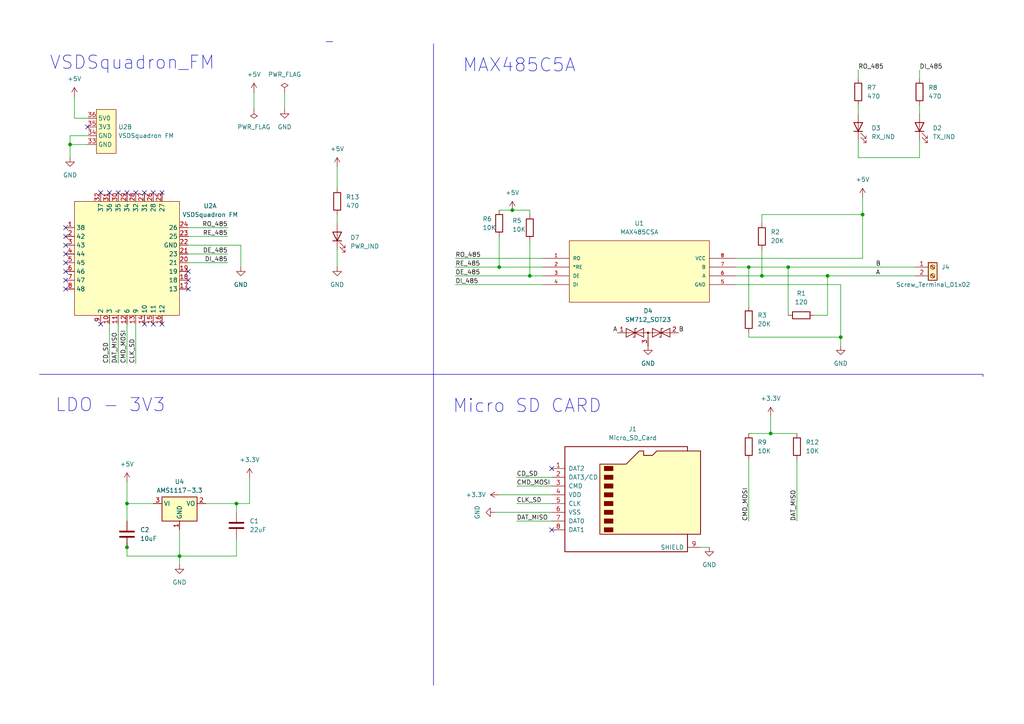
<source format=kicad_sch>
(kicad_sch
	(version 20231120)
	(generator "eeschema")
	(generator_version "8.0")
	(uuid "1d6ef887-c7d9-4113-98c8-4059b1dba823")
	(paper "A4")
	(title_block
		(title "MSD-12-A with MAX485 - VSDsquadron FM")
		(date "2025-01-25")
		(rev "1A")
		(company "VLSI System Design")
	)
	(lib_symbols
		(symbol "Connector:Micro_SD_Card"
			(pin_names
				(offset 1.016)
			)
			(exclude_from_sim no)
			(in_bom yes)
			(on_board yes)
			(property "Reference" "J"
				(at -16.51 15.24 0)
				(effects
					(font
						(size 1.27 1.27)
					)
				)
			)
			(property "Value" "Micro_SD_Card"
				(at 16.51 15.24 0)
				(effects
					(font
						(size 1.27 1.27)
					)
					(justify right)
				)
			)
			(property "Footprint" ""
				(at 29.21 7.62 0)
				(effects
					(font
						(size 1.27 1.27)
					)
					(hide yes)
				)
			)
			(property "Datasheet" "https://www.we-online.com/components/products/datasheet/693072010801.pdf"
				(at 0 0 0)
				(effects
					(font
						(size 1.27 1.27)
					)
					(hide yes)
				)
			)
			(property "Description" "Micro SD Card Socket"
				(at 0 0 0)
				(effects
					(font
						(size 1.27 1.27)
					)
					(hide yes)
				)
			)
			(property "ki_keywords" "connector SD microsd"
				(at 0 0 0)
				(effects
					(font
						(size 1.27 1.27)
					)
					(hide yes)
				)
			)
			(property "ki_fp_filters" "microSD*"
				(at 0 0 0)
				(effects
					(font
						(size 1.27 1.27)
					)
					(hide yes)
				)
			)
			(symbol "Micro_SD_Card_0_1"
				(rectangle
					(start -7.62 -9.525)
					(end -5.08 -10.795)
					(stroke
						(width 0)
						(type default)
					)
					(fill
						(type outline)
					)
				)
				(rectangle
					(start -7.62 -6.985)
					(end -5.08 -8.255)
					(stroke
						(width 0)
						(type default)
					)
					(fill
						(type outline)
					)
				)
				(rectangle
					(start -7.62 -4.445)
					(end -5.08 -5.715)
					(stroke
						(width 0)
						(type default)
					)
					(fill
						(type outline)
					)
				)
				(rectangle
					(start -7.62 -1.905)
					(end -5.08 -3.175)
					(stroke
						(width 0)
						(type default)
					)
					(fill
						(type outline)
					)
				)
				(rectangle
					(start -7.62 0.635)
					(end -5.08 -0.635)
					(stroke
						(width 0)
						(type default)
					)
					(fill
						(type outline)
					)
				)
				(rectangle
					(start -7.62 3.175)
					(end -5.08 1.905)
					(stroke
						(width 0)
						(type default)
					)
					(fill
						(type outline)
					)
				)
				(rectangle
					(start -7.62 5.715)
					(end -5.08 4.445)
					(stroke
						(width 0)
						(type default)
					)
					(fill
						(type outline)
					)
				)
				(rectangle
					(start -7.62 8.255)
					(end -5.08 6.985)
					(stroke
						(width 0)
						(type default)
					)
					(fill
						(type outline)
					)
				)
				(polyline
					(pts
						(xy 16.51 12.7) (xy 16.51 13.97) (xy -19.05 13.97) (xy -19.05 -16.51) (xy 16.51 -16.51) (xy 16.51 -11.43)
					)
					(stroke
						(width 0.254)
						(type default)
					)
					(fill
						(type none)
					)
				)
				(polyline
					(pts
						(xy -8.89 -11.43) (xy -8.89 8.89) (xy -1.27 8.89) (xy 2.54 12.7) (xy 3.81 12.7) (xy 3.81 11.43)
						(xy 6.35 11.43) (xy 7.62 12.7) (xy 20.32 12.7) (xy 20.32 -11.43) (xy -8.89 -11.43)
					)
					(stroke
						(width 0.254)
						(type default)
					)
					(fill
						(type background)
					)
				)
			)
			(symbol "Micro_SD_Card_1_1"
				(pin bidirectional line
					(at -22.86 7.62 0)
					(length 3.81)
					(name "DAT2"
						(effects
							(font
								(size 1.27 1.27)
							)
						)
					)
					(number "1"
						(effects
							(font
								(size 1.27 1.27)
							)
						)
					)
				)
				(pin bidirectional line
					(at -22.86 5.08 0)
					(length 3.81)
					(name "DAT3/CD"
						(effects
							(font
								(size 1.27 1.27)
							)
						)
					)
					(number "2"
						(effects
							(font
								(size 1.27 1.27)
							)
						)
					)
				)
				(pin input line
					(at -22.86 2.54 0)
					(length 3.81)
					(name "CMD"
						(effects
							(font
								(size 1.27 1.27)
							)
						)
					)
					(number "3"
						(effects
							(font
								(size 1.27 1.27)
							)
						)
					)
				)
				(pin power_in line
					(at -22.86 0 0)
					(length 3.81)
					(name "VDD"
						(effects
							(font
								(size 1.27 1.27)
							)
						)
					)
					(number "4"
						(effects
							(font
								(size 1.27 1.27)
							)
						)
					)
				)
				(pin input line
					(at -22.86 -2.54 0)
					(length 3.81)
					(name "CLK"
						(effects
							(font
								(size 1.27 1.27)
							)
						)
					)
					(number "5"
						(effects
							(font
								(size 1.27 1.27)
							)
						)
					)
				)
				(pin power_in line
					(at -22.86 -5.08 0)
					(length 3.81)
					(name "VSS"
						(effects
							(font
								(size 1.27 1.27)
							)
						)
					)
					(number "6"
						(effects
							(font
								(size 1.27 1.27)
							)
						)
					)
				)
				(pin bidirectional line
					(at -22.86 -7.62 0)
					(length 3.81)
					(name "DAT0"
						(effects
							(font
								(size 1.27 1.27)
							)
						)
					)
					(number "7"
						(effects
							(font
								(size 1.27 1.27)
							)
						)
					)
				)
				(pin bidirectional line
					(at -22.86 -10.16 0)
					(length 3.81)
					(name "DAT1"
						(effects
							(font
								(size 1.27 1.27)
							)
						)
					)
					(number "8"
						(effects
							(font
								(size 1.27 1.27)
							)
						)
					)
				)
				(pin passive line
					(at 20.32 -15.24 180)
					(length 3.81)
					(name "SHIELD"
						(effects
							(font
								(size 1.27 1.27)
							)
						)
					)
					(number "9"
						(effects
							(font
								(size 1.27 1.27)
							)
						)
					)
				)
			)
		)
		(symbol "Connector:Screw_Terminal_01x02"
			(pin_names
				(offset 1.016) hide)
			(exclude_from_sim no)
			(in_bom yes)
			(on_board yes)
			(property "Reference" "J"
				(at 0 2.54 0)
				(effects
					(font
						(size 1.27 1.27)
					)
				)
			)
			(property "Value" "Screw_Terminal_01x02"
				(at 0 -5.08 0)
				(effects
					(font
						(size 1.27 1.27)
					)
				)
			)
			(property "Footprint" ""
				(at 0 0 0)
				(effects
					(font
						(size 1.27 1.27)
					)
					(hide yes)
				)
			)
			(property "Datasheet" "~"
				(at 0 0 0)
				(effects
					(font
						(size 1.27 1.27)
					)
					(hide yes)
				)
			)
			(property "Description" "Generic screw terminal, single row, 01x02, script generated (kicad-library-utils/schlib/autogen/connector/)"
				(at 0 0 0)
				(effects
					(font
						(size 1.27 1.27)
					)
					(hide yes)
				)
			)
			(property "ki_keywords" "screw terminal"
				(at 0 0 0)
				(effects
					(font
						(size 1.27 1.27)
					)
					(hide yes)
				)
			)
			(property "ki_fp_filters" "TerminalBlock*:*"
				(at 0 0 0)
				(effects
					(font
						(size 1.27 1.27)
					)
					(hide yes)
				)
			)
			(symbol "Screw_Terminal_01x02_1_1"
				(rectangle
					(start -1.27 1.27)
					(end 1.27 -3.81)
					(stroke
						(width 0.254)
						(type default)
					)
					(fill
						(type background)
					)
				)
				(circle
					(center 0 -2.54)
					(radius 0.635)
					(stroke
						(width 0.1524)
						(type default)
					)
					(fill
						(type none)
					)
				)
				(polyline
					(pts
						(xy -0.5334 -2.2098) (xy 0.3302 -3.048)
					)
					(stroke
						(width 0.1524)
						(type default)
					)
					(fill
						(type none)
					)
				)
				(polyline
					(pts
						(xy -0.5334 0.3302) (xy 0.3302 -0.508)
					)
					(stroke
						(width 0.1524)
						(type default)
					)
					(fill
						(type none)
					)
				)
				(polyline
					(pts
						(xy -0.3556 -2.032) (xy 0.508 -2.8702)
					)
					(stroke
						(width 0.1524)
						(type default)
					)
					(fill
						(type none)
					)
				)
				(polyline
					(pts
						(xy -0.3556 0.508) (xy 0.508 -0.3302)
					)
					(stroke
						(width 0.1524)
						(type default)
					)
					(fill
						(type none)
					)
				)
				(circle
					(center 0 0)
					(radius 0.635)
					(stroke
						(width 0.1524)
						(type default)
					)
					(fill
						(type none)
					)
				)
				(pin passive line
					(at -5.08 0 0)
					(length 3.81)
					(name "Pin_1"
						(effects
							(font
								(size 1.27 1.27)
							)
						)
					)
					(number "1"
						(effects
							(font
								(size 1.27 1.27)
							)
						)
					)
				)
				(pin passive line
					(at -5.08 -2.54 0)
					(length 3.81)
					(name "Pin_2"
						(effects
							(font
								(size 1.27 1.27)
							)
						)
					)
					(number "2"
						(effects
							(font
								(size 1.27 1.27)
							)
						)
					)
				)
			)
		)
		(symbol "Device:C"
			(pin_numbers hide)
			(pin_names
				(offset 0.254)
			)
			(exclude_from_sim no)
			(in_bom yes)
			(on_board yes)
			(property "Reference" "C"
				(at 0.635 2.54 0)
				(effects
					(font
						(size 1.27 1.27)
					)
					(justify left)
				)
			)
			(property "Value" "C"
				(at 0.635 -2.54 0)
				(effects
					(font
						(size 1.27 1.27)
					)
					(justify left)
				)
			)
			(property "Footprint" ""
				(at 0.9652 -3.81 0)
				(effects
					(font
						(size 1.27 1.27)
					)
					(hide yes)
				)
			)
			(property "Datasheet" "~"
				(at 0 0 0)
				(effects
					(font
						(size 1.27 1.27)
					)
					(hide yes)
				)
			)
			(property "Description" "Unpolarized capacitor"
				(at 0 0 0)
				(effects
					(font
						(size 1.27 1.27)
					)
					(hide yes)
				)
			)
			(property "ki_keywords" "cap capacitor"
				(at 0 0 0)
				(effects
					(font
						(size 1.27 1.27)
					)
					(hide yes)
				)
			)
			(property "ki_fp_filters" "C_*"
				(at 0 0 0)
				(effects
					(font
						(size 1.27 1.27)
					)
					(hide yes)
				)
			)
			(symbol "C_0_1"
				(polyline
					(pts
						(xy -2.032 -0.762) (xy 2.032 -0.762)
					)
					(stroke
						(width 0.508)
						(type default)
					)
					(fill
						(type none)
					)
				)
				(polyline
					(pts
						(xy -2.032 0.762) (xy 2.032 0.762)
					)
					(stroke
						(width 0.508)
						(type default)
					)
					(fill
						(type none)
					)
				)
			)
			(symbol "C_1_1"
				(pin passive line
					(at 0 3.81 270)
					(length 2.794)
					(name "~"
						(effects
							(font
								(size 1.27 1.27)
							)
						)
					)
					(number "1"
						(effects
							(font
								(size 1.27 1.27)
							)
						)
					)
				)
				(pin passive line
					(at 0 -3.81 90)
					(length 2.794)
					(name "~"
						(effects
							(font
								(size 1.27 1.27)
							)
						)
					)
					(number "2"
						(effects
							(font
								(size 1.27 1.27)
							)
						)
					)
				)
			)
		)
		(symbol "Device:LED"
			(pin_numbers hide)
			(pin_names
				(offset 1.016) hide)
			(exclude_from_sim no)
			(in_bom yes)
			(on_board yes)
			(property "Reference" "D"
				(at 0 2.54 0)
				(effects
					(font
						(size 1.27 1.27)
					)
				)
			)
			(property "Value" "LED"
				(at 0 -2.54 0)
				(effects
					(font
						(size 1.27 1.27)
					)
				)
			)
			(property "Footprint" ""
				(at 0 0 0)
				(effects
					(font
						(size 1.27 1.27)
					)
					(hide yes)
				)
			)
			(property "Datasheet" "~"
				(at 0 0 0)
				(effects
					(font
						(size 1.27 1.27)
					)
					(hide yes)
				)
			)
			(property "Description" "Light emitting diode"
				(at 0 0 0)
				(effects
					(font
						(size 1.27 1.27)
					)
					(hide yes)
				)
			)
			(property "ki_keywords" "LED diode"
				(at 0 0 0)
				(effects
					(font
						(size 1.27 1.27)
					)
					(hide yes)
				)
			)
			(property "ki_fp_filters" "LED* LED_SMD:* LED_THT:*"
				(at 0 0 0)
				(effects
					(font
						(size 1.27 1.27)
					)
					(hide yes)
				)
			)
			(symbol "LED_0_1"
				(polyline
					(pts
						(xy -1.27 -1.27) (xy -1.27 1.27)
					)
					(stroke
						(width 0.254)
						(type default)
					)
					(fill
						(type none)
					)
				)
				(polyline
					(pts
						(xy -1.27 0) (xy 1.27 0)
					)
					(stroke
						(width 0)
						(type default)
					)
					(fill
						(type none)
					)
				)
				(polyline
					(pts
						(xy 1.27 -1.27) (xy 1.27 1.27) (xy -1.27 0) (xy 1.27 -1.27)
					)
					(stroke
						(width 0.254)
						(type default)
					)
					(fill
						(type none)
					)
				)
				(polyline
					(pts
						(xy -3.048 -0.762) (xy -4.572 -2.286) (xy -3.81 -2.286) (xy -4.572 -2.286) (xy -4.572 -1.524)
					)
					(stroke
						(width 0)
						(type default)
					)
					(fill
						(type none)
					)
				)
				(polyline
					(pts
						(xy -1.778 -0.762) (xy -3.302 -2.286) (xy -2.54 -2.286) (xy -3.302 -2.286) (xy -3.302 -1.524)
					)
					(stroke
						(width 0)
						(type default)
					)
					(fill
						(type none)
					)
				)
			)
			(symbol "LED_1_1"
				(pin passive line
					(at -3.81 0 0)
					(length 2.54)
					(name "K"
						(effects
							(font
								(size 1.27 1.27)
							)
						)
					)
					(number "1"
						(effects
							(font
								(size 1.27 1.27)
							)
						)
					)
				)
				(pin passive line
					(at 3.81 0 180)
					(length 2.54)
					(name "A"
						(effects
							(font
								(size 1.27 1.27)
							)
						)
					)
					(number "2"
						(effects
							(font
								(size 1.27 1.27)
							)
						)
					)
				)
			)
		)
		(symbol "Device:R"
			(pin_numbers hide)
			(pin_names
				(offset 0)
			)
			(exclude_from_sim no)
			(in_bom yes)
			(on_board yes)
			(property "Reference" "R"
				(at 2.032 0 90)
				(effects
					(font
						(size 1.27 1.27)
					)
				)
			)
			(property "Value" "R"
				(at 0 0 90)
				(effects
					(font
						(size 1.27 1.27)
					)
				)
			)
			(property "Footprint" ""
				(at -1.778 0 90)
				(effects
					(font
						(size 1.27 1.27)
					)
					(hide yes)
				)
			)
			(property "Datasheet" "~"
				(at 0 0 0)
				(effects
					(font
						(size 1.27 1.27)
					)
					(hide yes)
				)
			)
			(property "Description" "Resistor"
				(at 0 0 0)
				(effects
					(font
						(size 1.27 1.27)
					)
					(hide yes)
				)
			)
			(property "ki_keywords" "R res resistor"
				(at 0 0 0)
				(effects
					(font
						(size 1.27 1.27)
					)
					(hide yes)
				)
			)
			(property "ki_fp_filters" "R_*"
				(at 0 0 0)
				(effects
					(font
						(size 1.27 1.27)
					)
					(hide yes)
				)
			)
			(symbol "R_0_1"
				(rectangle
					(start -1.016 -2.54)
					(end 1.016 2.54)
					(stroke
						(width 0.254)
						(type default)
					)
					(fill
						(type none)
					)
				)
			)
			(symbol "R_1_1"
				(pin passive line
					(at 0 3.81 270)
					(length 1.27)
					(name "~"
						(effects
							(font
								(size 1.27 1.27)
							)
						)
					)
					(number "1"
						(effects
							(font
								(size 1.27 1.27)
							)
						)
					)
				)
				(pin passive line
					(at 0 -3.81 90)
					(length 1.27)
					(name "~"
						(effects
							(font
								(size 1.27 1.27)
							)
						)
					)
					(number "2"
						(effects
							(font
								(size 1.27 1.27)
							)
						)
					)
				)
			)
		)
		(symbol "Diode:SM712_SOT23"
			(pin_names
				(offset 1.016) hide)
			(exclude_from_sim no)
			(in_bom yes)
			(on_board yes)
			(property "Reference" "D"
				(at 0 4.445 0)
				(effects
					(font
						(size 1.27 1.27)
					)
				)
			)
			(property "Value" "SM712_SOT23"
				(at 0 2.54 0)
				(effects
					(font
						(size 1.27 1.27)
					)
				)
			)
			(property "Footprint" "Package_TO_SOT_SMD:SOT-23"
				(at 0 -8.89 0)
				(effects
					(font
						(size 1.27 1.27)
					)
					(hide yes)
				)
			)
			(property "Datasheet" "https://www.littelfuse.com/~/media/electronics/datasheets/tvs_diode_arrays/littelfuse_tvs_diode_array_sm712_datasheet.pdf.pdf"
				(at -3.81 0 0)
				(effects
					(font
						(size 1.27 1.27)
					)
					(hide yes)
				)
			)
			(property "Description" "7V/12V, 600W Asymmetrical TVS Diode Array, SOT-23"
				(at 0 0 0)
				(effects
					(font
						(size 1.27 1.27)
					)
					(hide yes)
				)
			)
			(property "ki_keywords" "transient voltage suppressor thyrector transil"
				(at 0 0 0)
				(effects
					(font
						(size 1.27 1.27)
					)
					(hide yes)
				)
			)
			(property "ki_fp_filters" "SOT?23*"
				(at 0 0 0)
				(effects
					(font
						(size 1.27 1.27)
					)
					(hide yes)
				)
			)
			(symbol "SM712_SOT23_0_0"
				(polyline
					(pts
						(xy 0 -1.27) (xy 0 0)
					)
					(stroke
						(width 0)
						(type default)
					)
					(fill
						(type none)
					)
				)
			)
			(symbol "SM712_SOT23_0_1"
				(polyline
					(pts
						(xy -6.35 0) (xy 6.35 0)
					)
					(stroke
						(width 0)
						(type default)
					)
					(fill
						(type none)
					)
				)
				(polyline
					(pts
						(xy -3.302 1.27) (xy -3.81 1.27) (xy -3.81 -1.27) (xy -4.318 -1.27)
					)
					(stroke
						(width 0.2032)
						(type default)
					)
					(fill
						(type none)
					)
				)
				(polyline
					(pts
						(xy 4.318 1.27) (xy 3.81 1.27) (xy 3.81 -1.27) (xy 3.302 -1.27)
					)
					(stroke
						(width 0.2032)
						(type default)
					)
					(fill
						(type none)
					)
				)
				(polyline
					(pts
						(xy -6.35 -1.27) (xy -1.27 1.27) (xy -1.27 -1.27) (xy -6.35 1.27) (xy -6.35 -1.27)
					)
					(stroke
						(width 0.2032)
						(type default)
					)
					(fill
						(type none)
					)
				)
				(polyline
					(pts
						(xy 1.27 -1.27) (xy 1.27 1.27) (xy 6.35 -1.27) (xy 6.35 1.27) (xy 1.27 -1.27)
					)
					(stroke
						(width 0.2032)
						(type default)
					)
					(fill
						(type none)
					)
				)
				(circle
					(center 0 0)
					(radius 0.254)
					(stroke
						(width 0)
						(type default)
					)
					(fill
						(type outline)
					)
				)
			)
			(symbol "SM712_SOT23_1_1"
				(pin passive line
					(at -8.89 0 0)
					(length 2.54)
					(name "A1"
						(effects
							(font
								(size 1.27 1.27)
							)
						)
					)
					(number "1"
						(effects
							(font
								(size 1.27 1.27)
							)
						)
					)
				)
				(pin passive line
					(at 8.89 0 180)
					(length 2.54)
					(name "A2"
						(effects
							(font
								(size 1.27 1.27)
							)
						)
					)
					(number "2"
						(effects
							(font
								(size 1.27 1.27)
							)
						)
					)
				)
				(pin input line
					(at 0 -3.81 90)
					(length 2.54)
					(name "common"
						(effects
							(font
								(size 1.27 1.27)
							)
						)
					)
					(number "3"
						(effects
							(font
								(size 1.27 1.27)
							)
						)
					)
				)
			)
		)
		(symbol "MAX485CSA:MAX485CSA"
			(pin_names
				(offset 1.016)
			)
			(exclude_from_sim no)
			(in_bom yes)
			(on_board yes)
			(property "Reference" "U"
				(at 23.2578 9.1352 0)
				(effects
					(font
						(size 1.27 1.27)
					)
					(justify left bottom)
				)
			)
			(property "Value" "MAX485CSA"
				(at 22.6087 6.5868 0)
				(effects
					(font
						(size 1.27 1.27)
					)
					(justify left bottom)
				)
			)
			(property "Footprint" "MAX485CSA:21-0041B_8"
				(at 0 0 0)
				(effects
					(font
						(size 1.27 1.27)
					)
					(justify bottom)
					(hide yes)
				)
			)
			(property "Datasheet" ""
				(at 0 0 0)
				(effects
					(font
						(size 1.27 1.27)
					)
					(hide yes)
				)
			)
			(property "Description" ""
				(at 0 0 0)
				(effects
					(font
						(size 1.27 1.27)
					)
					(hide yes)
				)
			)
			(property "MF" "Analog Devices"
				(at 0 0 0)
				(effects
					(font
						(size 1.27 1.27)
					)
					(justify bottom)
					(hide yes)
				)
			)
			(property "VENDOR" "MAXIM"
				(at 0 0 0)
				(effects
					(font
						(size 1.27 1.27)
					)
					(justify bottom)
					(hide yes)
				)
			)
			(property "Description_1" "\n                        \n                            Low-Power, Slew-Rate-Limited RS-485/RS-422 Transceivers\n                        \n"
				(at 0 0 0)
				(effects
					(font
						(size 1.27 1.27)
					)
					(justify bottom)
					(hide yes)
				)
			)
			(property "Package" "SOIC-8 Maxim"
				(at 0 0 0)
				(effects
					(font
						(size 1.27 1.27)
					)
					(justify bottom)
					(hide yes)
				)
			)
			(property "Price" "None"
				(at 0 0 0)
				(effects
					(font
						(size 1.27 1.27)
					)
					(justify bottom)
					(hide yes)
				)
			)
			(property "Check_prices" "https://www.snapeda.com/parts/MAX485CSA+/Analog+Devices/view-part/?ref=eda"
				(at 0 0 0)
				(effects
					(font
						(size 1.27 1.27)
					)
					(justify bottom)
					(hide yes)
				)
			)
			(property "SnapEDA_Link" "https://www.snapeda.com/parts/MAX485CSA+/Analog+Devices/view-part/?ref=snap"
				(at 0 0 0)
				(effects
					(font
						(size 1.27 1.27)
					)
					(justify bottom)
					(hide yes)
				)
			)
			(property "MP" "MAX485CSA+"
				(at 0 0 0)
				(effects
					(font
						(size 1.27 1.27)
					)
					(justify bottom)
					(hide yes)
				)
			)
			(property "Availability" "In Stock"
				(at 0 0 0)
				(effects
					(font
						(size 1.27 1.27)
					)
					(justify bottom)
					(hide yes)
				)
			)
			(property "MANUFACTURER_PART_NUMBER" "max485csa"
				(at 0 0 0)
				(effects
					(font
						(size 1.27 1.27)
					)
					(justify bottom)
					(hide yes)
				)
			)
			(symbol "MAX485CSA_0_0"
				(rectangle
					(start 7.62 -12.7)
					(end 48.26 5.08)
					(stroke
						(width 0.1524)
						(type default)
					)
					(fill
						(type background)
					)
				)
				(pin output line
					(at 0 0 0)
					(length 7.62)
					(name "RO"
						(effects
							(font
								(size 1.016 1.016)
							)
						)
					)
					(number "1"
						(effects
							(font
								(size 1.016 1.016)
							)
						)
					)
				)
				(pin output line
					(at 0 -2.54 0)
					(length 7.62)
					(name "*RE"
						(effects
							(font
								(size 1.016 1.016)
							)
						)
					)
					(number "2"
						(effects
							(font
								(size 1.016 1.016)
							)
						)
					)
				)
				(pin output line
					(at 0 -5.08 0)
					(length 7.62)
					(name "DE"
						(effects
							(font
								(size 1.016 1.016)
							)
						)
					)
					(number "3"
						(effects
							(font
								(size 1.016 1.016)
							)
						)
					)
				)
				(pin input line
					(at 0 -7.62 0)
					(length 7.62)
					(name "DI"
						(effects
							(font
								(size 1.016 1.016)
							)
						)
					)
					(number "4"
						(effects
							(font
								(size 1.016 1.016)
							)
						)
					)
				)
				(pin power_in line
					(at 55.88 -7.62 180)
					(length 7.62)
					(name "GND"
						(effects
							(font
								(size 1.016 1.016)
							)
						)
					)
					(number "5"
						(effects
							(font
								(size 1.016 1.016)
							)
						)
					)
				)
				(pin bidirectional line
					(at 55.88 -5.08 180)
					(length 7.62)
					(name "A"
						(effects
							(font
								(size 1.016 1.016)
							)
						)
					)
					(number "6"
						(effects
							(font
								(size 1.016 1.016)
							)
						)
					)
				)
				(pin bidirectional line
					(at 55.88 -2.54 180)
					(length 7.62)
					(name "B"
						(effects
							(font
								(size 1.016 1.016)
							)
						)
					)
					(number "7"
						(effects
							(font
								(size 1.016 1.016)
							)
						)
					)
				)
				(pin power_in line
					(at 55.88 0 180)
					(length 7.62)
					(name "VCC"
						(effects
							(font
								(size 1.016 1.016)
							)
						)
					)
					(number "8"
						(effects
							(font
								(size 1.016 1.016)
							)
						)
					)
				)
			)
		)
		(symbol "Regulator_Linear:AMS1117-3.3"
			(exclude_from_sim no)
			(in_bom yes)
			(on_board yes)
			(property "Reference" "U"
				(at -3.81 3.175 0)
				(effects
					(font
						(size 1.27 1.27)
					)
				)
			)
			(property "Value" "AMS1117-3.3"
				(at 0 3.175 0)
				(effects
					(font
						(size 1.27 1.27)
					)
					(justify left)
				)
			)
			(property "Footprint" "Package_TO_SOT_SMD:SOT-223-3_TabPin2"
				(at 0 5.08 0)
				(effects
					(font
						(size 1.27 1.27)
					)
					(hide yes)
				)
			)
			(property "Datasheet" "http://www.advanced-monolithic.com/pdf/ds1117.pdf"
				(at 2.54 -6.35 0)
				(effects
					(font
						(size 1.27 1.27)
					)
					(hide yes)
				)
			)
			(property "Description" "1A Low Dropout regulator, positive, 3.3V fixed output, SOT-223"
				(at 0 0 0)
				(effects
					(font
						(size 1.27 1.27)
					)
					(hide yes)
				)
			)
			(property "ki_keywords" "linear regulator ldo fixed positive"
				(at 0 0 0)
				(effects
					(font
						(size 1.27 1.27)
					)
					(hide yes)
				)
			)
			(property "ki_fp_filters" "SOT?223*TabPin2*"
				(at 0 0 0)
				(effects
					(font
						(size 1.27 1.27)
					)
					(hide yes)
				)
			)
			(symbol "AMS1117-3.3_0_1"
				(rectangle
					(start -5.08 -5.08)
					(end 5.08 1.905)
					(stroke
						(width 0.254)
						(type default)
					)
					(fill
						(type background)
					)
				)
			)
			(symbol "AMS1117-3.3_1_1"
				(pin power_in line
					(at 0 -7.62 90)
					(length 2.54)
					(name "GND"
						(effects
							(font
								(size 1.27 1.27)
							)
						)
					)
					(number "1"
						(effects
							(font
								(size 1.27 1.27)
							)
						)
					)
				)
				(pin power_out line
					(at 7.62 0 180)
					(length 2.54)
					(name "VO"
						(effects
							(font
								(size 1.27 1.27)
							)
						)
					)
					(number "2"
						(effects
							(font
								(size 1.27 1.27)
							)
						)
					)
				)
				(pin power_in line
					(at -7.62 0 0)
					(length 2.54)
					(name "VI"
						(effects
							(font
								(size 1.27 1.27)
							)
						)
					)
					(number "3"
						(effects
							(font
								(size 1.27 1.27)
							)
						)
					)
				)
			)
		)
		(symbol "VSDSquadron_FM:VSDSquadron_FM"
			(exclude_from_sim no)
			(in_bom yes)
			(on_board yes)
			(property "Reference" "U"
				(at -9.398 10.668 0)
				(effects
					(font
						(size 1.27 1.27)
					)
				)
			)
			(property "Value" "VSDSquadron FM"
				(at 2.921 8.509 0)
				(effects
					(font
						(size 1.27 1.27)
					)
				)
			)
			(property "Footprint" "VSDsquadron_FM:VSDSquadron_FM"
				(at 7.747 -2.921 0)
				(effects
					(font
						(size 1.27 1.27)
					)
					(hide yes)
				)
			)
			(property "Datasheet" "https://github.com/yathAg/VSDSquadron_FM"
				(at -1.143 -2.921 0)
				(effects
					(font
						(size 1.27 1.27)
					)
					(hide yes)
				)
			)
			(property "Description" ""
				(at -12.7 15.24 0)
				(effects
					(font
						(size 1.27 1.27)
					)
					(hide yes)
				)
			)
			(property "ki_locked" ""
				(at 0 0 0)
				(effects
					(font
						(size 1.27 1.27)
					)
				)
			)
			(symbol "VSDSquadron_FM_1_0"
				(pin bidirectional line
					(at -2.54 -17.78 90)
					(length 2.54)
					(name "3"
						(effects
							(font
								(size 1.27 1.27)
							)
						)
					)
					(number "10"
						(effects
							(font
								(size 1.27 1.27)
							)
						)
					)
				)
				(pin bidirectional line
					(at 0 -17.78 90)
					(length 2.54)
					(name "4"
						(effects
							(font
								(size 1.27 1.27)
							)
						)
					)
					(number "11"
						(effects
							(font
								(size 1.27 1.27)
							)
						)
					)
				)
				(pin bidirectional line
					(at 2.54 -17.78 90)
					(length 2.54)
					(name "6"
						(effects
							(font
								(size 1.27 1.27)
							)
						)
					)
					(number "12"
						(effects
							(font
								(size 1.27 1.27)
							)
						)
					)
				)
				(pin bidirectional line
					(at 5.08 -17.78 90)
					(length 2.54)
					(name "9"
						(effects
							(font
								(size 1.27 1.27)
							)
						)
					)
					(number "13"
						(effects
							(font
								(size 1.27 1.27)
							)
						)
					)
				)
				(pin bidirectional line
					(at 7.62 -17.78 90)
					(length 2.54)
					(name "10"
						(effects
							(font
								(size 1.27 1.27)
							)
						)
					)
					(number "14"
						(effects
							(font
								(size 1.27 1.27)
							)
						)
					)
				)
				(pin bidirectional line
					(at 20.32 -7.62 180)
					(length 2.54)
					(name "13"
						(effects
							(font
								(size 1.27 1.27)
							)
						)
					)
					(number "17"
						(effects
							(font
								(size 1.27 1.27)
							)
						)
					)
				)
				(pin bidirectional line
					(at 20.32 -5.08 180)
					(length 2.54)
					(name "18"
						(effects
							(font
								(size 1.27 1.27)
							)
						)
					)
					(number "18"
						(effects
							(font
								(size 1.27 1.27)
							)
						)
					)
				)
				(pin bidirectional line
					(at 20.32 -2.54 180)
					(length 2.54)
					(name "19"
						(effects
							(font
								(size 1.27 1.27)
							)
						)
					)
					(number "19"
						(effects
							(font
								(size 1.27 1.27)
							)
						)
					)
				)
				(pin bidirectional line
					(at 20.32 0 180)
					(length 2.54)
					(name "21"
						(effects
							(font
								(size 1.27 1.27)
							)
						)
					)
					(number "20"
						(effects
							(font
								(size 1.27 1.27)
							)
						)
					)
				)
				(pin bidirectional line
					(at 20.32 2.54 180)
					(length 2.54)
					(name "23"
						(effects
							(font
								(size 1.27 1.27)
							)
						)
					)
					(number "21"
						(effects
							(font
								(size 1.27 1.27)
							)
						)
					)
				)
				(pin power_in line
					(at 20.32 5.08 180)
					(length 2.54)
					(name "GND"
						(effects
							(font
								(size 1.27 1.27)
							)
						)
					)
					(number "22"
						(effects
							(font
								(size 1.27 1.27)
							)
						)
					)
				)
				(pin bidirectional line
					(at 20.32 7.62 180)
					(length 2.54)
					(name "25"
						(effects
							(font
								(size 1.27 1.27)
							)
						)
					)
					(number "23"
						(effects
							(font
								(size 1.27 1.27)
							)
						)
					)
				)
				(pin bidirectional line
					(at 20.32 10.16 180)
					(length 2.54)
					(name "26"
						(effects
							(font
								(size 1.27 1.27)
							)
						)
					)
					(number "24"
						(effects
							(font
								(size 1.27 1.27)
							)
						)
					)
				)
				(pin bidirectional line
					(at 12.7 20.32 270)
					(length 2.54)
					(name "27"
						(effects
							(font
								(size 1.27 1.27)
							)
						)
					)
					(number "25"
						(effects
							(font
								(size 1.27 1.27)
							)
						)
					)
				)
				(pin bidirectional line
					(at 10.16 20.32 270)
					(length 2.54)
					(name "28"
						(effects
							(font
								(size 1.27 1.27)
							)
						)
					)
					(number "26"
						(effects
							(font
								(size 1.27 1.27)
							)
						)
					)
				)
				(pin bidirectional line
					(at 2.54 20.32 270)
					(length 2.54)
					(name "34"
						(effects
							(font
								(size 1.27 1.27)
							)
						)
					)
					(number "29"
						(effects
							(font
								(size 1.27 1.27)
							)
						)
					)
				)
				(pin bidirectional line
					(at -15.24 5.08 0)
					(length 2.54)
					(name "43"
						(effects
							(font
								(size 1.27 1.27)
							)
						)
					)
					(number "3"
						(effects
							(font
								(size 1.27 1.27)
							)
						)
					)
				)
				(pin bidirectional line
					(at 0 20.32 270)
					(length 2.54)
					(name "35"
						(effects
							(font
								(size 1.27 1.27)
							)
						)
					)
					(number "30"
						(effects
							(font
								(size 1.27 1.27)
							)
						)
					)
				)
				(pin bidirectional line
					(at -2.54 20.32 270)
					(length 2.54)
					(name "36"
						(effects
							(font
								(size 1.27 1.27)
							)
						)
					)
					(number "31"
						(effects
							(font
								(size 1.27 1.27)
							)
						)
					)
				)
				(pin bidirectional line
					(at -5.08 20.32 270)
					(length 2.54)
					(name "37"
						(effects
							(font
								(size 1.27 1.27)
							)
						)
					)
					(number "32"
						(effects
							(font
								(size 1.27 1.27)
							)
						)
					)
				)
				(pin bidirectional line
					(at -15.24 2.54 0)
					(length 2.54)
					(name "44"
						(effects
							(font
								(size 1.27 1.27)
							)
						)
					)
					(number "4"
						(effects
							(font
								(size 1.27 1.27)
							)
						)
					)
				)
				(pin bidirectional line
					(at -15.24 0 0)
					(length 2.54)
					(name "45"
						(effects
							(font
								(size 1.27 1.27)
							)
						)
					)
					(number "5"
						(effects
							(font
								(size 1.27 1.27)
							)
						)
					)
				)
				(pin bidirectional line
					(at -15.24 -2.54 0)
					(length 2.54)
					(name "46"
						(effects
							(font
								(size 1.27 1.27)
							)
						)
					)
					(number "6"
						(effects
							(font
								(size 1.27 1.27)
							)
						)
					)
				)
				(pin bidirectional line
					(at -15.24 -5.08 0)
					(length 2.54)
					(name "47"
						(effects
							(font
								(size 1.27 1.27)
							)
						)
					)
					(number "7"
						(effects
							(font
								(size 1.27 1.27)
							)
						)
					)
				)
			)
			(symbol "VSDSquadron_FM_1_1"
				(rectangle
					(start -12.7 17.78)
					(end 17.78 -15.24)
					(stroke
						(width 0)
						(type default)
					)
					(fill
						(type background)
					)
				)
				(pin bidirectional line
					(at -15.24 10.16 0)
					(length 2.54)
					(name "38"
						(effects
							(font
								(size 1.27 1.27)
							)
						)
					)
					(number "1"
						(effects
							(font
								(size 1.27 1.27)
							)
						)
					)
				)
				(pin bidirectional line
					(at 10.16 -17.78 90)
					(length 2.54)
					(name "11"
						(effects
							(font
								(size 1.27 1.27)
							)
						)
					)
					(number "15"
						(effects
							(font
								(size 1.27 1.27)
							)
						)
					)
				)
				(pin bidirectional line
					(at 12.7 -17.78 90)
					(length 2.54)
					(name "12"
						(effects
							(font
								(size 1.27 1.27)
							)
						)
					)
					(number "16"
						(effects
							(font
								(size 1.27 1.27)
							)
						)
					)
				)
				(pin bidirectional line
					(at -15.24 7.62 0)
					(length 2.54)
					(name "42"
						(effects
							(font
								(size 1.27 1.27)
							)
						)
					)
					(number "2"
						(effects
							(font
								(size 1.27 1.27)
							)
						)
					)
				)
				(pin bidirectional line
					(at 7.62 20.32 270)
					(length 2.54)
					(name "31"
						(effects
							(font
								(size 1.27 1.27)
							)
						)
					)
					(number "27"
						(effects
							(font
								(size 1.27 1.27)
							)
						)
					)
				)
				(pin bidirectional line
					(at 5.08 20.32 270)
					(length 2.54)
					(name "32"
						(effects
							(font
								(size 1.27 1.27)
							)
						)
					)
					(number "28"
						(effects
							(font
								(size 1.27 1.27)
							)
						)
					)
				)
				(pin bidirectional line
					(at -15.24 -7.62 0)
					(length 2.54)
					(name "48"
						(effects
							(font
								(size 1.27 1.27)
							)
						)
					)
					(number "8"
						(effects
							(font
								(size 1.27 1.27)
							)
						)
					)
				)
				(pin bidirectional line
					(at -5.08 -17.78 90)
					(length 2.54)
					(name "2"
						(effects
							(font
								(size 1.27 1.27)
							)
						)
					)
					(number "9"
						(effects
							(font
								(size 1.27 1.27)
							)
						)
					)
				)
			)
			(symbol "VSDSquadron_FM_2_1"
				(rectangle
					(start -2.54 2.54)
					(end 3.175 -10.16)
					(stroke
						(width 0)
						(type default)
					)
					(fill
						(type background)
					)
				)
				(pin power_in line
					(at -5.08 -7.62 0)
					(length 2.54)
					(name "GND"
						(effects
							(font
								(size 1.27 1.27)
							)
						)
					)
					(number "33"
						(effects
							(font
								(size 1.27 1.27)
							)
						)
					)
				)
				(pin power_in line
					(at -5.08 -5.08 0)
					(length 2.54)
					(name "GND"
						(effects
							(font
								(size 1.27 1.27)
							)
						)
					)
					(number "34"
						(effects
							(font
								(size 1.27 1.27)
							)
						)
					)
				)
				(pin power_in line
					(at -5.08 -2.54 0)
					(length 2.54)
					(name "3V3"
						(effects
							(font
								(size 1.27 1.27)
							)
						)
					)
					(number "35"
						(effects
							(font
								(size 1.27 1.27)
							)
						)
					)
				)
				(pin power_in line
					(at -5.08 0 0)
					(length 2.54)
					(name "5V0"
						(effects
							(font
								(size 1.27 1.27)
							)
						)
					)
					(number "36"
						(effects
							(font
								(size 1.27 1.27)
							)
						)
					)
				)
			)
		)
		(symbol "power:+3.3V"
			(power)
			(pin_numbers hide)
			(pin_names
				(offset 0) hide)
			(exclude_from_sim no)
			(in_bom yes)
			(on_board yes)
			(property "Reference" "#PWR"
				(at 0 -3.81 0)
				(effects
					(font
						(size 1.27 1.27)
					)
					(hide yes)
				)
			)
			(property "Value" "+3.3V"
				(at 0 3.556 0)
				(effects
					(font
						(size 1.27 1.27)
					)
				)
			)
			(property "Footprint" ""
				(at 0 0 0)
				(effects
					(font
						(size 1.27 1.27)
					)
					(hide yes)
				)
			)
			(property "Datasheet" ""
				(at 0 0 0)
				(effects
					(font
						(size 1.27 1.27)
					)
					(hide yes)
				)
			)
			(property "Description" "Power symbol creates a global label with name \"+3.3V\""
				(at 0 0 0)
				(effects
					(font
						(size 1.27 1.27)
					)
					(hide yes)
				)
			)
			(property "ki_keywords" "global power"
				(at 0 0 0)
				(effects
					(font
						(size 1.27 1.27)
					)
					(hide yes)
				)
			)
			(symbol "+3.3V_0_1"
				(polyline
					(pts
						(xy -0.762 1.27) (xy 0 2.54)
					)
					(stroke
						(width 0)
						(type default)
					)
					(fill
						(type none)
					)
				)
				(polyline
					(pts
						(xy 0 0) (xy 0 2.54)
					)
					(stroke
						(width 0)
						(type default)
					)
					(fill
						(type none)
					)
				)
				(polyline
					(pts
						(xy 0 2.54) (xy 0.762 1.27)
					)
					(stroke
						(width 0)
						(type default)
					)
					(fill
						(type none)
					)
				)
			)
			(symbol "+3.3V_1_1"
				(pin power_in line
					(at 0 0 90)
					(length 0)
					(name "~"
						(effects
							(font
								(size 1.27 1.27)
							)
						)
					)
					(number "1"
						(effects
							(font
								(size 1.27 1.27)
							)
						)
					)
				)
			)
		)
		(symbol "power:+5V"
			(power)
			(pin_numbers hide)
			(pin_names
				(offset 0) hide)
			(exclude_from_sim no)
			(in_bom yes)
			(on_board yes)
			(property "Reference" "#PWR"
				(at 0 -3.81 0)
				(effects
					(font
						(size 1.27 1.27)
					)
					(hide yes)
				)
			)
			(property "Value" "+5V"
				(at 0 3.556 0)
				(effects
					(font
						(size 1.27 1.27)
					)
				)
			)
			(property "Footprint" ""
				(at 0 0 0)
				(effects
					(font
						(size 1.27 1.27)
					)
					(hide yes)
				)
			)
			(property "Datasheet" ""
				(at 0 0 0)
				(effects
					(font
						(size 1.27 1.27)
					)
					(hide yes)
				)
			)
			(property "Description" "Power symbol creates a global label with name \"+5V\""
				(at 0 0 0)
				(effects
					(font
						(size 1.27 1.27)
					)
					(hide yes)
				)
			)
			(property "ki_keywords" "global power"
				(at 0 0 0)
				(effects
					(font
						(size 1.27 1.27)
					)
					(hide yes)
				)
			)
			(symbol "+5V_0_1"
				(polyline
					(pts
						(xy -0.762 1.27) (xy 0 2.54)
					)
					(stroke
						(width 0)
						(type default)
					)
					(fill
						(type none)
					)
				)
				(polyline
					(pts
						(xy 0 0) (xy 0 2.54)
					)
					(stroke
						(width 0)
						(type default)
					)
					(fill
						(type none)
					)
				)
				(polyline
					(pts
						(xy 0 2.54) (xy 0.762 1.27)
					)
					(stroke
						(width 0)
						(type default)
					)
					(fill
						(type none)
					)
				)
			)
			(symbol "+5V_1_1"
				(pin power_in line
					(at 0 0 90)
					(length 0)
					(name "~"
						(effects
							(font
								(size 1.27 1.27)
							)
						)
					)
					(number "1"
						(effects
							(font
								(size 1.27 1.27)
							)
						)
					)
				)
			)
		)
		(symbol "power:GND"
			(power)
			(pin_numbers hide)
			(pin_names
				(offset 0) hide)
			(exclude_from_sim no)
			(in_bom yes)
			(on_board yes)
			(property "Reference" "#PWR"
				(at 0 -6.35 0)
				(effects
					(font
						(size 1.27 1.27)
					)
					(hide yes)
				)
			)
			(property "Value" "GND"
				(at 0 -3.81 0)
				(effects
					(font
						(size 1.27 1.27)
					)
				)
			)
			(property "Footprint" ""
				(at 0 0 0)
				(effects
					(font
						(size 1.27 1.27)
					)
					(hide yes)
				)
			)
			(property "Datasheet" ""
				(at 0 0 0)
				(effects
					(font
						(size 1.27 1.27)
					)
					(hide yes)
				)
			)
			(property "Description" "Power symbol creates a global label with name \"GND\" , ground"
				(at 0 0 0)
				(effects
					(font
						(size 1.27 1.27)
					)
					(hide yes)
				)
			)
			(property "ki_keywords" "global power"
				(at 0 0 0)
				(effects
					(font
						(size 1.27 1.27)
					)
					(hide yes)
				)
			)
			(symbol "GND_0_1"
				(polyline
					(pts
						(xy 0 0) (xy 0 -1.27) (xy 1.27 -1.27) (xy 0 -2.54) (xy -1.27 -1.27) (xy 0 -1.27)
					)
					(stroke
						(width 0)
						(type default)
					)
					(fill
						(type none)
					)
				)
			)
			(symbol "GND_1_1"
				(pin power_in line
					(at 0 0 270)
					(length 0)
					(name "~"
						(effects
							(font
								(size 1.27 1.27)
							)
						)
					)
					(number "1"
						(effects
							(font
								(size 1.27 1.27)
							)
						)
					)
				)
			)
		)
		(symbol "power:PWR_FLAG"
			(power)
			(pin_numbers hide)
			(pin_names
				(offset 0) hide)
			(exclude_from_sim no)
			(in_bom yes)
			(on_board yes)
			(property "Reference" "#FLG"
				(at 0 1.905 0)
				(effects
					(font
						(size 1.27 1.27)
					)
					(hide yes)
				)
			)
			(property "Value" "PWR_FLAG"
				(at 0 3.81 0)
				(effects
					(font
						(size 1.27 1.27)
					)
				)
			)
			(property "Footprint" ""
				(at 0 0 0)
				(effects
					(font
						(size 1.27 1.27)
					)
					(hide yes)
				)
			)
			(property "Datasheet" "~"
				(at 0 0 0)
				(effects
					(font
						(size 1.27 1.27)
					)
					(hide yes)
				)
			)
			(property "Description" "Special symbol for telling ERC where power comes from"
				(at 0 0 0)
				(effects
					(font
						(size 1.27 1.27)
					)
					(hide yes)
				)
			)
			(property "ki_keywords" "flag power"
				(at 0 0 0)
				(effects
					(font
						(size 1.27 1.27)
					)
					(hide yes)
				)
			)
			(symbol "PWR_FLAG_0_0"
				(pin power_out line
					(at 0 0 90)
					(length 0)
					(name "~"
						(effects
							(font
								(size 1.27 1.27)
							)
						)
					)
					(number "1"
						(effects
							(font
								(size 1.27 1.27)
							)
						)
					)
				)
			)
			(symbol "PWR_FLAG_0_1"
				(polyline
					(pts
						(xy 0 0) (xy 0 1.27) (xy -1.016 1.905) (xy 0 2.54) (xy 1.016 1.905) (xy 0 1.27)
					)
					(stroke
						(width 0)
						(type default)
					)
					(fill
						(type none)
					)
				)
			)
		)
	)
	(junction
		(at 36.83 146.05)
		(diameter 0)
		(color 0 0 0 0)
		(uuid "03702f68-426e-4bdb-9d99-522d1f00f2b5")
	)
	(junction
		(at 243.84 97.79)
		(diameter 0)
		(color 0 0 0 0)
		(uuid "05c90f4b-dcef-4733-bf10-c31818b646a2")
	)
	(junction
		(at 228.6 77.47)
		(diameter 0)
		(color 0 0 0 0)
		(uuid "3295e9ed-c920-4ac0-b2dd-72f7c480576f")
	)
	(junction
		(at 52.07 161.29)
		(diameter 0)
		(color 0 0 0 0)
		(uuid "5ee49e00-1306-4739-90ad-96731ed11f61")
	)
	(junction
		(at 68.58 146.05)
		(diameter 0)
		(color 0 0 0 0)
		(uuid "62ac01fe-56c0-4b0e-82a2-a90970d75717")
	)
	(junction
		(at 148.59 60.96)
		(diameter 0)
		(color 0 0 0 0)
		(uuid "7e07bad2-3e5e-4b07-8c2c-cdb22e2845e7")
	)
	(junction
		(at 220.98 80.01)
		(diameter 0)
		(color 0 0 0 0)
		(uuid "8e0b901a-0ee1-49fe-88a2-3cb11c31ad07")
	)
	(junction
		(at 36.83 158.75)
		(diameter 0)
		(color 0 0 0 0)
		(uuid "8f7fc679-c595-4db3-b487-2e5f6b874cdb")
	)
	(junction
		(at 144.78 77.47)
		(diameter 0)
		(color 0 0 0 0)
		(uuid "925d605b-4036-4b31-9846-79e30d4a5833")
	)
	(junction
		(at 20.32 41.91)
		(diameter 0)
		(color 0 0 0 0)
		(uuid "a6cfe49b-6bea-4ea7-8d45-17b68c9d7723")
	)
	(junction
		(at 250.19 62.23)
		(diameter 0)
		(color 0 0 0 0)
		(uuid "b906d8a6-efe9-4cc5-8bfc-a916c0f2e540")
	)
	(junction
		(at 240.03 80.01)
		(diameter 0)
		(color 0 0 0 0)
		(uuid "e1d073ae-3ade-41bf-9e8c-408b18e37425")
	)
	(junction
		(at 153.67 80.01)
		(diameter 0)
		(color 0 0 0 0)
		(uuid "e48131b5-57b8-459e-aa3d-d778662b6d31")
	)
	(junction
		(at 217.17 77.47)
		(diameter 0)
		(color 0 0 0 0)
		(uuid "eb57acbf-f800-4d31-bc29-4e68275bf903")
	)
	(junction
		(at 223.52 125.73)
		(diameter 0)
		(color 0 0 0 0)
		(uuid "eba21e7c-795b-4f83-a60c-3243085cc2f1")
	)
	(no_connect
		(at 46.99 93.98)
		(uuid "0549b40a-8f30-4527-aa4e-d48936c68c33")
	)
	(no_connect
		(at 19.05 78.74)
		(uuid "0b5ed7e1-0349-4ad8-a892-55f3612366e5")
	)
	(no_connect
		(at 46.99 55.88)
		(uuid "0f86f2ad-e2e7-417c-8995-fbf7d99e7a4d")
	)
	(no_connect
		(at 29.21 55.88)
		(uuid "27d74073-4c9b-47aa-b27e-5fccd0e970c6")
	)
	(no_connect
		(at 19.05 83.82)
		(uuid "2b59a51c-2203-4d47-8b36-0e2698658fb8")
	)
	(no_connect
		(at 34.29 55.88)
		(uuid "2bd5cf56-aea6-4e6b-8925-d68bd5ad8140")
	)
	(no_connect
		(at 41.91 55.88)
		(uuid "3301e5b6-9be9-4134-9815-a01f2a539722")
	)
	(no_connect
		(at 19.05 68.58)
		(uuid "3aca0b62-dcb1-4c1a-93f8-51d198b44eef")
	)
	(no_connect
		(at 54.61 81.28)
		(uuid "3f732acb-fed5-4c83-bd6a-944f26702955")
	)
	(no_connect
		(at 19.05 73.66)
		(uuid "40fb6755-4445-49c4-a07e-75153f7069d7")
	)
	(no_connect
		(at 19.05 81.28)
		(uuid "4b694755-171e-46c1-ae5b-1fc31bebeafc")
	)
	(no_connect
		(at 19.05 76.2)
		(uuid "4dcf883c-dab3-4ce7-832a-4c8b0db5c5cc")
	)
	(no_connect
		(at 44.45 93.98)
		(uuid "55beac61-87e5-4e98-95a4-23aabe61071f")
	)
	(no_connect
		(at 25.4 36.83)
		(uuid "70d5e998-a744-4015-8abc-7582c614ac75")
	)
	(no_connect
		(at 160.02 135.89)
		(uuid "92eb423c-18d5-4a89-a2b3-18a11ff8d3b1")
	)
	(no_connect
		(at 36.83 55.88)
		(uuid "99af62dd-e5b4-46ea-9a7d-75bdd3e168d9")
	)
	(no_connect
		(at 19.05 66.04)
		(uuid "9f56d88f-d667-4b04-ab35-98006664ca6e")
	)
	(no_connect
		(at 39.37 55.88)
		(uuid "a4b14e06-64ce-4fe5-ba18-9b57a250d2c4")
	)
	(no_connect
		(at 19.05 71.12)
		(uuid "a897f9f5-0708-491a-8d2d-edc7bccb3054")
	)
	(no_connect
		(at 29.21 93.98)
		(uuid "abebdba1-1149-4a6e-a6ac-004dc96df400")
	)
	(no_connect
		(at 54.61 78.74)
		(uuid "afe4671b-29d8-4dca-8fa8-5e2f503e0783")
	)
	(no_connect
		(at 54.61 83.82)
		(uuid "b9be799e-a1b7-4957-bd6c-ad900fd33f9d")
	)
	(no_connect
		(at 160.02 153.67)
		(uuid "d66ad9a3-d9f1-4ad3-bc43-3745da1218dd")
	)
	(no_connect
		(at 31.75 55.88)
		(uuid "d91db478-d6ce-4c28-9f8e-9131dfab28e6")
	)
	(no_connect
		(at 41.91 93.98)
		(uuid "db7be0bd-3293-467a-9b2c-30e641873bf0")
	)
	(no_connect
		(at 44.45 55.88)
		(uuid "eff65438-afa5-4461-9f8c-71f618be15af")
	)
	(wire
		(pts
			(xy 266.7 20.32) (xy 266.7 22.86)
		)
		(stroke
			(width 0)
			(type default)
		)
		(uuid "01cd0115-c9d4-4fda-93c5-9713fb25b27b")
	)
	(wire
		(pts
			(xy 34.29 93.98) (xy 34.29 105.41)
		)
		(stroke
			(width 0)
			(type default)
		)
		(uuid "05d4b7f2-eddc-4eef-81b5-ad1a398e7721")
	)
	(wire
		(pts
			(xy 68.58 146.05) (xy 68.58 148.59)
		)
		(stroke
			(width 0)
			(type default)
		)
		(uuid "06e80cf8-ce93-490d-a374-a611f30b9d39")
	)
	(wire
		(pts
			(xy 220.98 64.77) (xy 220.98 62.23)
		)
		(stroke
			(width 0)
			(type default)
		)
		(uuid "165f87d8-ddb7-46be-a907-6ace7f17ccb3")
	)
	(wire
		(pts
			(xy 82.55 26.67) (xy 82.55 31.75)
		)
		(stroke
			(width 0)
			(type default)
		)
		(uuid "168a803f-7b45-4cd7-ae10-d50ff49cbefb")
	)
	(wire
		(pts
			(xy 73.66 26.67) (xy 73.66 31.75)
		)
		(stroke
			(width 0)
			(type default)
		)
		(uuid "17052b21-43bd-46a0-9140-525997c0198c")
	)
	(wire
		(pts
			(xy 243.84 97.79) (xy 243.84 100.33)
		)
		(stroke
			(width 0)
			(type default)
		)
		(uuid "1c354679-40a7-4778-b353-890ad956fc97")
	)
	(wire
		(pts
			(xy 36.83 161.29) (xy 52.07 161.29)
		)
		(stroke
			(width 0)
			(type default)
		)
		(uuid "1eb5ad27-af4d-4fa8-8a21-d1110aab72af")
	)
	(wire
		(pts
			(xy 54.61 68.58) (xy 66.04 68.58)
		)
		(stroke
			(width 0)
			(type default)
		)
		(uuid "1f065638-7eec-4d37-9926-ba8873a5d04e")
	)
	(wire
		(pts
			(xy 217.17 97.79) (xy 243.84 97.79)
		)
		(stroke
			(width 0)
			(type default)
		)
		(uuid "1f58274b-507c-4af4-acbc-6557cc07693d")
	)
	(wire
		(pts
			(xy 72.39 138.43) (xy 72.39 146.05)
		)
		(stroke
			(width 0)
			(type default)
		)
		(uuid "21294b51-08ed-4217-a51c-d361996bd800")
	)
	(wire
		(pts
			(xy 153.67 60.96) (xy 153.67 62.23)
		)
		(stroke
			(width 0)
			(type default)
		)
		(uuid "23fb4057-a4ac-4051-a7a9-e39264a624d0")
	)
	(wire
		(pts
			(xy 36.83 139.7) (xy 36.83 146.05)
		)
		(stroke
			(width 0)
			(type default)
		)
		(uuid "2fdbdb25-0197-47a2-9768-34663114a270")
	)
	(wire
		(pts
			(xy 36.83 146.05) (xy 44.45 146.05)
		)
		(stroke
			(width 0)
			(type default)
		)
		(uuid "312032d9-d59d-4aa1-bf62-e443b71eef1a")
	)
	(wire
		(pts
			(xy 153.67 69.85) (xy 153.67 80.01)
		)
		(stroke
			(width 0)
			(type default)
		)
		(uuid "33705092-37d2-4bdb-97c8-c8f63f98bb54")
	)
	(wire
		(pts
			(xy 153.67 80.01) (xy 157.48 80.01)
		)
		(stroke
			(width 0)
			(type default)
		)
		(uuid "370fdf1f-ffdc-46f4-a67a-bc38bf1a7a03")
	)
	(wire
		(pts
			(xy 228.6 77.47) (xy 265.43 77.47)
		)
		(stroke
			(width 0)
			(type default)
		)
		(uuid "3774f300-e124-40cb-a94e-89408165f766")
	)
	(polyline
		(pts
			(xy 125.73 198.755) (xy 125.73 12.7)
		)
		(stroke
			(width 0)
			(type default)
		)
		(uuid "3848f715-f513-48c7-b18d-0a2b38e71791")
	)
	(wire
		(pts
			(xy 149.86 140.97) (xy 160.02 140.97)
		)
		(stroke
			(width 0)
			(type default)
		)
		(uuid "390f9d74-c468-4bf4-9301-003fad58fb99")
	)
	(wire
		(pts
			(xy 266.7 30.48) (xy 266.7 33.02)
		)
		(stroke
			(width 0)
			(type default)
		)
		(uuid "42e24cff-f26f-4d93-b0bb-81737a504dbb")
	)
	(wire
		(pts
			(xy 54.61 76.2) (xy 66.04 76.2)
		)
		(stroke
			(width 0)
			(type default)
		)
		(uuid "430d5ee3-2ce1-45b8-a5d8-33730dd77116")
	)
	(wire
		(pts
			(xy 240.03 80.01) (xy 265.43 80.01)
		)
		(stroke
			(width 0)
			(type default)
		)
		(uuid "4743da85-e8a5-43f3-b472-8233c836ee55")
	)
	(wire
		(pts
			(xy 213.36 80.01) (xy 220.98 80.01)
		)
		(stroke
			(width 0)
			(type default)
		)
		(uuid "47a1bf6b-b19c-4f46-a8c4-41efef1994f0")
	)
	(wire
		(pts
			(xy 68.58 146.05) (xy 72.39 146.05)
		)
		(stroke
			(width 0)
			(type default)
		)
		(uuid "4d594b8c-2e92-4730-ae50-867cfe1beb80")
	)
	(wire
		(pts
			(xy 54.61 66.04) (xy 66.04 66.04)
		)
		(stroke
			(width 0)
			(type default)
		)
		(uuid "4fe6bb49-a094-4404-9acf-0b52b28087c1")
	)
	(polyline
		(pts
			(xy 11.43 108.585) (xy 285.115 108.585)
		)
		(stroke
			(width 0)
			(type default)
		)
		(uuid "51e7144e-73fe-47ff-b623-9fd0afddaeae")
	)
	(wire
		(pts
			(xy 231.14 125.73) (xy 223.52 125.73)
		)
		(stroke
			(width 0)
			(type default)
		)
		(uuid "52c12eb5-489a-47a3-945d-17bea4c77038")
	)
	(wire
		(pts
			(xy 213.36 74.93) (xy 250.19 74.93)
		)
		(stroke
			(width 0)
			(type default)
		)
		(uuid "5915d2a3-3075-4a5f-b307-f861f2a4b5e4")
	)
	(wire
		(pts
			(xy 39.37 93.98) (xy 39.37 105.41)
		)
		(stroke
			(width 0)
			(type default)
		)
		(uuid "5d3c1ef9-b489-41bf-8f5d-2b57b5eacdb1")
	)
	(wire
		(pts
			(xy 36.83 146.05) (xy 36.83 151.13)
		)
		(stroke
			(width 0)
			(type default)
		)
		(uuid "5d73a8b7-6755-4804-99e3-8241ffd34221")
	)
	(wire
		(pts
			(xy 144.78 77.47) (xy 157.48 77.47)
		)
		(stroke
			(width 0)
			(type default)
		)
		(uuid "5edd36e5-6c69-4b1d-ac75-29bce4dd3de7")
	)
	(wire
		(pts
			(xy 248.92 20.32) (xy 248.92 22.86)
		)
		(stroke
			(width 0)
			(type default)
		)
		(uuid "62d3795a-58f0-4bfd-bcd9-b2265132c912")
	)
	(wire
		(pts
			(xy 68.58 156.21) (xy 68.58 161.29)
		)
		(stroke
			(width 0)
			(type default)
		)
		(uuid "631a09c5-2030-46df-a2c9-82cdb201bedd")
	)
	(wire
		(pts
			(xy 223.52 125.73) (xy 217.17 125.73)
		)
		(stroke
			(width 0)
			(type default)
		)
		(uuid "6a75a722-cf82-4dd0-bf7a-b2a65f086632")
	)
	(wire
		(pts
			(xy 228.6 77.47) (xy 228.6 91.44)
		)
		(stroke
			(width 0)
			(type default)
		)
		(uuid "70916192-cc6e-465c-af3f-e65c1397cf45")
	)
	(wire
		(pts
			(xy 21.59 27.94) (xy 21.59 34.29)
		)
		(stroke
			(width 0)
			(type default)
		)
		(uuid "718cd074-d1ec-462f-bd23-9a3cae9964d5")
	)
	(wire
		(pts
			(xy 149.86 146.05) (xy 160.02 146.05)
		)
		(stroke
			(width 0)
			(type default)
		)
		(uuid "73c0f740-a4e8-4e35-99ed-9b4d6040798c")
	)
	(wire
		(pts
			(xy 25.4 41.91) (xy 20.32 41.91)
		)
		(stroke
			(width 0)
			(type default)
		)
		(uuid "76112174-c543-43fb-843b-f55474de8fa5")
	)
	(wire
		(pts
			(xy 52.07 161.29) (xy 68.58 161.29)
		)
		(stroke
			(width 0)
			(type default)
		)
		(uuid "7ce5826e-c24d-4745-ab3f-73d2f5b6847d")
	)
	(wire
		(pts
			(xy 132.08 82.55) (xy 157.48 82.55)
		)
		(stroke
			(width 0)
			(type default)
		)
		(uuid "7ee3ebef-89bd-4d3f-ac48-1dcf7ab020c8")
	)
	(wire
		(pts
			(xy 31.75 93.98) (xy 31.75 105.41)
		)
		(stroke
			(width 0)
			(type default)
		)
		(uuid "80650f3d-b3f8-49d5-96af-2926bc313ee4")
	)
	(wire
		(pts
			(xy 132.08 77.47) (xy 144.78 77.47)
		)
		(stroke
			(width 0)
			(type default)
		)
		(uuid "816bceb0-4cbf-41cd-9eb1-aa9600329b98")
	)
	(wire
		(pts
			(xy 97.79 72.39) (xy 97.79 77.47)
		)
		(stroke
			(width 0)
			(type default)
		)
		(uuid "830f6fb6-5f94-4cf9-ba9a-cea4a08f936b")
	)
	(wire
		(pts
			(xy 20.32 39.37) (xy 20.32 41.91)
		)
		(stroke
			(width 0)
			(type default)
		)
		(uuid "841c2402-ea07-40c2-904e-1ebaeda7e59c")
	)
	(wire
		(pts
			(xy 203.2 158.75) (xy 205.74 158.75)
		)
		(stroke
			(width 0)
			(type default)
		)
		(uuid "8664e39d-0123-4126-a2ef-521261f28ac7")
	)
	(wire
		(pts
			(xy 20.32 41.91) (xy 20.32 45.72)
		)
		(stroke
			(width 0)
			(type default)
		)
		(uuid "87921329-c07d-4d79-922e-4336e27e9da4")
	)
	(wire
		(pts
			(xy 248.92 40.64) (xy 248.92 45.72)
		)
		(stroke
			(width 0)
			(type default)
		)
		(uuid "8996cd10-d5fe-4176-8db8-f58309ec46dc")
	)
	(wire
		(pts
			(xy 250.19 57.15) (xy 250.19 62.23)
		)
		(stroke
			(width 0)
			(type default)
		)
		(uuid "8e40d170-b212-4220-bccc-39c4dca8d370")
	)
	(wire
		(pts
			(xy 250.19 62.23) (xy 250.19 74.93)
		)
		(stroke
			(width 0)
			(type default)
		)
		(uuid "9151af4a-d2e5-456e-9aaa-f90a0db50a52")
	)
	(wire
		(pts
			(xy 220.98 72.39) (xy 220.98 80.01)
		)
		(stroke
			(width 0)
			(type default)
		)
		(uuid "980dc33a-d042-4a0f-89bc-f281ea82326f")
	)
	(wire
		(pts
			(xy 240.03 91.44) (xy 240.03 80.01)
		)
		(stroke
			(width 0)
			(type default)
		)
		(uuid "9ce83c53-52b6-4670-99c8-3bb2d7b32043")
	)
	(wire
		(pts
			(xy 236.22 91.44) (xy 240.03 91.44)
		)
		(stroke
			(width 0)
			(type default)
		)
		(uuid "9d834cab-a209-4824-91dd-20a319fb8185")
	)
	(wire
		(pts
			(xy 143.51 148.59) (xy 160.02 148.59)
		)
		(stroke
			(width 0)
			(type default)
		)
		(uuid "9f43b7c3-df6c-4de1-83e5-5982ab72bf38")
	)
	(wire
		(pts
			(xy 144.78 143.51) (xy 160.02 143.51)
		)
		(stroke
			(width 0)
			(type default)
		)
		(uuid "a17e70ca-620d-4b5d-b7d0-bedff203254b")
	)
	(wire
		(pts
			(xy 217.17 77.47) (xy 217.17 88.9)
		)
		(stroke
			(width 0)
			(type default)
		)
		(uuid "a5cebfce-c997-4f9e-8196-d8d5887f2609")
	)
	(polyline
		(pts
			(xy 94.615 12.065) (xy 96.52 12.065)
		)
		(stroke
			(width 0)
			(type default)
		)
		(uuid "aaf1edc9-9187-483e-a4c1-c500be8395f9")
	)
	(wire
		(pts
			(xy 223.52 120.65) (xy 223.52 125.73)
		)
		(stroke
			(width 0)
			(type default)
		)
		(uuid "ac6a64bc-4f1b-4187-acac-dcd0e76a3b62")
	)
	(wire
		(pts
			(xy 20.32 39.37) (xy 25.4 39.37)
		)
		(stroke
			(width 0)
			(type default)
		)
		(uuid "b191dc51-5b29-4e24-8cdb-7fe77b5d036f")
	)
	(wire
		(pts
			(xy 248.92 45.72) (xy 266.7 45.72)
		)
		(stroke
			(width 0)
			(type default)
		)
		(uuid "b473651e-394c-43ee-894f-464f2fbeb52c")
	)
	(wire
		(pts
			(xy 217.17 133.35) (xy 217.17 151.13)
		)
		(stroke
			(width 0)
			(type default)
		)
		(uuid "b503e34c-04e4-418f-9077-27d44c2bfeb9")
	)
	(wire
		(pts
			(xy 217.17 96.52) (xy 217.17 97.79)
		)
		(stroke
			(width 0)
			(type default)
		)
		(uuid "b5b83417-d0f4-40f4-a682-f4eb8890bc46")
	)
	(wire
		(pts
			(xy 21.59 34.29) (xy 25.4 34.29)
		)
		(stroke
			(width 0)
			(type default)
		)
		(uuid "b6e1012d-e48b-4ae0-af90-314299b97c58")
	)
	(wire
		(pts
			(xy 52.07 161.29) (xy 52.07 163.83)
		)
		(stroke
			(width 0)
			(type default)
		)
		(uuid "b6e82fc3-4353-4a25-8475-40438ada883e")
	)
	(wire
		(pts
			(xy 54.61 71.12) (xy 69.85 71.12)
		)
		(stroke
			(width 0)
			(type default)
		)
		(uuid "b6f4d0b9-8779-4bf8-b026-83695f451f29")
	)
	(wire
		(pts
			(xy 36.83 157.48) (xy 36.83 158.75)
		)
		(stroke
			(width 0)
			(type default)
		)
		(uuid "b71fb27e-40bd-46ef-8d18-4ca012b7a7cb")
	)
	(wire
		(pts
			(xy 231.14 133.35) (xy 231.14 151.13)
		)
		(stroke
			(width 0)
			(type default)
		)
		(uuid "bd943900-8817-45f6-a741-eb24d4ee3e38")
	)
	(wire
		(pts
			(xy 69.85 71.12) (xy 69.85 77.47)
		)
		(stroke
			(width 0)
			(type default)
		)
		(uuid "bdd72bdc-8979-4d35-8938-89d7c4fe71cc")
	)
	(wire
		(pts
			(xy 149.86 138.43) (xy 160.02 138.43)
		)
		(stroke
			(width 0)
			(type default)
		)
		(uuid "bf5ecb1a-7ec5-45b1-abdc-ca26eb1bad75")
	)
	(wire
		(pts
			(xy 243.84 82.55) (xy 243.84 97.79)
		)
		(stroke
			(width 0)
			(type default)
		)
		(uuid "bfad1e25-4778-45f5-8bd9-e4fe93ddd9f4")
	)
	(wire
		(pts
			(xy 36.83 158.75) (xy 36.83 161.29)
		)
		(stroke
			(width 0)
			(type default)
		)
		(uuid "c0a25b6a-22f3-4108-b76b-4558b0ebeadf")
	)
	(wire
		(pts
			(xy 248.92 30.48) (xy 248.92 33.02)
		)
		(stroke
			(width 0)
			(type default)
		)
		(uuid "c582e7aa-295b-4866-aa95-d2f19c715eb1")
	)
	(wire
		(pts
			(xy 220.98 80.01) (xy 240.03 80.01)
		)
		(stroke
			(width 0)
			(type default)
		)
		(uuid "cb9bf3dc-9d57-44d8-ba2d-69ea8e295e56")
	)
	(wire
		(pts
			(xy 52.07 153.67) (xy 52.07 161.29)
		)
		(stroke
			(width 0)
			(type default)
		)
		(uuid "cec9e8f9-c1a2-4910-a89a-948928d598c7")
	)
	(wire
		(pts
			(xy 149.86 151.13) (xy 160.02 151.13)
		)
		(stroke
			(width 0)
			(type default)
		)
		(uuid "d528ed60-8afa-4c88-bc95-4ad055833e07")
	)
	(wire
		(pts
			(xy 213.36 82.55) (xy 243.84 82.55)
		)
		(stroke
			(width 0)
			(type default)
		)
		(uuid "dd51b2eb-e080-4803-b70f-bcfd9761fd4c")
	)
	(wire
		(pts
			(xy 97.79 62.23) (xy 97.79 64.77)
		)
		(stroke
			(width 0)
			(type default)
		)
		(uuid "dfa621dc-94ec-4eac-8598-229b0a583592")
	)
	(wire
		(pts
			(xy 59.69 146.05) (xy 68.58 146.05)
		)
		(stroke
			(width 0)
			(type default)
		)
		(uuid "e169f838-edaf-4797-82df-dd3a7ef814d7")
	)
	(wire
		(pts
			(xy 97.79 48.26) (xy 97.79 54.61)
		)
		(stroke
			(width 0)
			(type default)
		)
		(uuid "e4bfed27-3230-4168-8fe4-99eea55bb5df")
	)
	(wire
		(pts
			(xy 217.17 77.47) (xy 228.6 77.47)
		)
		(stroke
			(width 0)
			(type default)
		)
		(uuid "e6797a46-0b42-48e5-994c-4983053701c9")
	)
	(wire
		(pts
			(xy 144.78 68.58) (xy 144.78 77.47)
		)
		(stroke
			(width 0)
			(type default)
		)
		(uuid "e87e2d05-5355-431f-a49b-8b6c1eb301ae")
	)
	(wire
		(pts
			(xy 144.78 60.96) (xy 148.59 60.96)
		)
		(stroke
			(width 0)
			(type default)
		)
		(uuid "e8fa7b00-52e0-4e7d-9682-8728c7d16fcd")
	)
	(wire
		(pts
			(xy 36.83 93.98) (xy 36.83 105.41)
		)
		(stroke
			(width 0)
			(type default)
		)
		(uuid "ea63a683-1c88-4661-8f3b-3c929305a24b")
	)
	(wire
		(pts
			(xy 132.08 80.01) (xy 153.67 80.01)
		)
		(stroke
			(width 0)
			(type default)
		)
		(uuid "ed75d9b5-bd4c-47c5-ac58-79051fe4aada")
	)
	(wire
		(pts
			(xy 220.98 62.23) (xy 250.19 62.23)
		)
		(stroke
			(width 0)
			(type default)
		)
		(uuid "ef05cc22-16fe-4835-b1a1-44c373196a52")
	)
	(wire
		(pts
			(xy 54.61 73.66) (xy 66.04 73.66)
		)
		(stroke
			(width 0)
			(type default)
		)
		(uuid "efb04eb1-a08a-48c9-96a9-a627f3e3e6ed")
	)
	(wire
		(pts
			(xy 148.59 60.96) (xy 153.67 60.96)
		)
		(stroke
			(width 0)
			(type default)
		)
		(uuid "eff9ac2b-6070-4a5b-9c9f-11bb3c69ee5d")
	)
	(wire
		(pts
			(xy 266.7 40.64) (xy 266.7 45.72)
		)
		(stroke
			(width 0)
			(type default)
		)
		(uuid "f1f3c73a-fede-43e1-a175-93d2ccdb0986")
	)
	(wire
		(pts
			(xy 213.36 77.47) (xy 217.17 77.47)
		)
		(stroke
			(width 0)
			(type default)
		)
		(uuid "f439c35b-021b-4316-a872-abfb8ed6546e")
	)
	(wire
		(pts
			(xy 132.08 74.93) (xy 157.48 74.93)
		)
		(stroke
			(width 0)
			(type default)
		)
		(uuid "f522ee7a-b4e2-46d8-be8f-36727ea74a1e")
	)
	(polyline
		(pts
			(xy 285.115 108.585) (xy 285.115 109.22)
		)
		(stroke
			(width 0)
			(type default)
		)
		(uuid "fee2fc44-63f7-41b5-88d9-3f5a4aaecd04")
	)
	(text "MAX485C5A\n"
		(exclude_from_sim no)
		(at 150.622 19.05 0)
		(effects
			(font
				(size 3.81 3.81)
			)
		)
		(uuid "17b3b0ad-57f4-44bc-af37-01f5bdbd1a78")
	)
	(text "LDO - 3V3"
		(exclude_from_sim no)
		(at 32.004 117.602 0)
		(effects
			(font
				(size 3.81 3.81)
			)
		)
		(uuid "27c18472-0386-45a3-bac2-d12ff3504eef")
	)
	(text "VSDSquadron_FM"
		(exclude_from_sim no)
		(at 38.354 18.288 0)
		(effects
			(font
				(size 3.81 3.81)
			)
		)
		(uuid "7315aefd-e758-42c4-bd56-7adfdec468ce")
	)
	(text "Micro SD CARD\n"
		(exclude_from_sim no)
		(at 152.908 117.856 0)
		(effects
			(font
				(size 3.81 3.81)
			)
		)
		(uuid "94c2dad2-a5d8-4abc-b034-dd548ad870b5")
	)
	(label "DI_485"
		(at 66.04 76.2 180)
		(fields_autoplaced yes)
		(effects
			(font
				(size 1.27 1.27)
			)
			(justify right bottom)
		)
		(uuid "1b9b5d7f-a06e-487c-b6e5-e5a32179d364")
	)
	(label "DAT_MISO"
		(at 231.14 151.13 90)
		(fields_autoplaced yes)
		(effects
			(font
				(size 1.27 1.27)
			)
			(justify left bottom)
		)
		(uuid "1c1c571a-f93a-453d-8d15-23455245bf1f")
	)
	(label "DI_485"
		(at 132.08 82.55 0)
		(fields_autoplaced yes)
		(effects
			(font
				(size 1.27 1.27)
			)
			(justify left bottom)
		)
		(uuid "2589f75d-2d85-45e9-aab4-b4955a2f7a14")
	)
	(label "B"
		(at 196.85 96.52 0)
		(fields_autoplaced yes)
		(effects
			(font
				(size 1.27 1.27)
			)
			(justify left bottom)
		)
		(uuid "285cc95c-dea1-4276-8b9d-1128b94e3cb7")
	)
	(label "RO_485"
		(at 66.04 66.04 180)
		(fields_autoplaced yes)
		(effects
			(font
				(size 1.27 1.27)
			)
			(justify right bottom)
		)
		(uuid "2a16ecdd-4c89-4905-aa35-70dedd997168")
	)
	(label "CLK_SD"
		(at 149.86 146.05 0)
		(fields_autoplaced yes)
		(effects
			(font
				(size 1.27 1.27)
			)
			(justify left bottom)
		)
		(uuid "35e5afdd-0a36-4f2d-89a3-01c21f85e499")
	)
	(label "CLK_SD"
		(at 39.37 105.41 90)
		(fields_autoplaced yes)
		(effects
			(font
				(size 1.27 1.27)
			)
			(justify left bottom)
		)
		(uuid "3a8bb9b4-ce89-4fd3-bbba-6bd99eb7f53c")
	)
	(label "A"
		(at 254 80.01 0)
		(fields_autoplaced yes)
		(effects
			(font
				(size 1.27 1.27)
			)
			(justify left bottom)
		)
		(uuid "4522290a-5430-43e8-b554-25d2b1904a7f")
	)
	(label "A"
		(at 179.07 96.52 180)
		(fields_autoplaced yes)
		(effects
			(font
				(size 1.27 1.27)
			)
			(justify right bottom)
		)
		(uuid "4e186724-df36-417c-8b59-8f53b633a6cc")
	)
	(label "DAT_MISO"
		(at 149.86 151.13 0)
		(fields_autoplaced yes)
		(effects
			(font
				(size 1.27 1.27)
			)
			(justify left bottom)
		)
		(uuid "57383814-4131-4676-97c9-b2220a6212d0")
	)
	(label "DE_485"
		(at 66.04 73.66 180)
		(fields_autoplaced yes)
		(effects
			(font
				(size 1.27 1.27)
			)
			(justify right bottom)
		)
		(uuid "6312a2cf-da59-4812-89cb-c1ba62302fba")
	)
	(label "RO_485"
		(at 132.08 74.93 0)
		(fields_autoplaced yes)
		(effects
			(font
				(size 1.27 1.27)
			)
			(justify left bottom)
		)
		(uuid "72d01fef-92ff-419c-a915-e7b675e0f0ea")
	)
	(label "RE_485"
		(at 66.04 68.58 180)
		(fields_autoplaced yes)
		(effects
			(font
				(size 1.27 1.27)
			)
			(justify right bottom)
		)
		(uuid "7d4abdd8-5dfc-402f-b0f8-b40b484234f5")
	)
	(label "DI_485"
		(at 266.7 20.32 0)
		(fields_autoplaced yes)
		(effects
			(font
				(size 1.27 1.27)
			)
			(justify left bottom)
		)
		(uuid "914fb855-91fb-4b5a-bbef-02f037640034")
	)
	(label "DE_485"
		(at 132.08 80.01 0)
		(fields_autoplaced yes)
		(effects
			(font
				(size 1.27 1.27)
			)
			(justify left bottom)
		)
		(uuid "933ad6d3-4c5e-4c28-a61f-a0718a95f8ad")
	)
	(label "RE_485"
		(at 132.08 77.47 0)
		(fields_autoplaced yes)
		(effects
			(font
				(size 1.27 1.27)
			)
			(justify left bottom)
		)
		(uuid "9b959570-c79e-4d06-8dc7-a1fe691d7978")
	)
	(label "RO_485"
		(at 248.92 20.32 0)
		(fields_autoplaced yes)
		(effects
			(font
				(size 1.27 1.27)
			)
			(justify left bottom)
		)
		(uuid "9d3946b1-58f6-4a03-8d4b-db963e5addaa")
	)
	(label "DAT_MISO"
		(at 34.29 105.41 90)
		(fields_autoplaced yes)
		(effects
			(font
				(size 1.27 1.27)
			)
			(justify left bottom)
		)
		(uuid "9ffcd326-a808-4fa4-9387-145cef37e062")
	)
	(label "CD_SD"
		(at 149.86 138.43 0)
		(fields_autoplaced yes)
		(effects
			(font
				(size 1.27 1.27)
			)
			(justify left bottom)
		)
		(uuid "a9548f17-2ccf-4d82-9856-dbefb74537b4")
	)
	(label "CD_SD"
		(at 31.75 105.41 90)
		(fields_autoplaced yes)
		(effects
			(font
				(size 1.27 1.27)
			)
			(justify left bottom)
		)
		(uuid "aa07f9ed-9b5e-4486-a9d5-bb8e6b7cd60d")
	)
	(label "B"
		(at 254 77.47 0)
		(fields_autoplaced yes)
		(effects
			(font
				(size 1.27 1.27)
			)
			(justify left bottom)
		)
		(uuid "adc6f06e-dc02-43fb-a3dc-7f9e4fdef7ee")
	)
	(label "CMD_MOSI"
		(at 149.86 140.97 0)
		(fields_autoplaced yes)
		(effects
			(font
				(size 1.27 1.27)
			)
			(justify left bottom)
		)
		(uuid "b65089aa-2c68-4bbb-825b-20658a94b9d8")
	)
	(label "CMD_MOSI"
		(at 36.83 105.41 90)
		(fields_autoplaced yes)
		(effects
			(font
				(size 1.27 1.27)
			)
			(justify left bottom)
		)
		(uuid "cafdd39a-bbce-4e11-8fb1-c37f140453cd")
	)
	(label "CMD_MOSI"
		(at 217.17 151.13 90)
		(fields_autoplaced yes)
		(effects
			(font
				(size 1.27 1.27)
			)
			(justify left bottom)
		)
		(uuid "cf866e0a-df71-410d-8b33-7db0642a0441")
	)
	(symbol
		(lib_id "power:GND")
		(at 20.32 45.72 0)
		(unit 1)
		(exclude_from_sim no)
		(in_bom yes)
		(on_board yes)
		(dnp no)
		(fields_autoplaced yes)
		(uuid "12f37b0f-8ea2-4b8f-a42b-a1c5a017cea8")
		(property "Reference" "#PWR01"
			(at 20.32 52.07 0)
			(effects
				(font
					(size 1.27 1.27)
				)
				(hide yes)
			)
		)
		(property "Value" "GND"
			(at 20.32 50.8 0)
			(effects
				(font
					(size 1.27 1.27)
				)
			)
		)
		(property "Footprint" ""
			(at 20.32 45.72 0)
			(effects
				(font
					(size 1.27 1.27)
				)
				(hide yes)
			)
		)
		(property "Datasheet" ""
			(at 20.32 45.72 0)
			(effects
				(font
					(size 1.27 1.27)
				)
				(hide yes)
			)
		)
		(property "Description" "Power symbol creates a global label with name \"GND\" , ground"
			(at 20.32 45.72 0)
			(effects
				(font
					(size 1.27 1.27)
				)
				(hide yes)
			)
		)
		(pin "1"
			(uuid "ca4f9b37-a7c5-4c71-804f-5ad5c239570e")
		)
		(instances
			(project ""
				(path "/1d6ef887-c7d9-4113-98c8-4059b1dba823"
					(reference "#PWR01")
					(unit 1)
				)
			)
		)
	)
	(symbol
		(lib_id "power:GND")
		(at 243.84 100.33 0)
		(unit 1)
		(exclude_from_sim no)
		(in_bom yes)
		(on_board yes)
		(dnp no)
		(fields_autoplaced yes)
		(uuid "166182d0-0348-42b1-b6ce-d55c556dbd87")
		(property "Reference" "#PWR010"
			(at 243.84 106.68 0)
			(effects
				(font
					(size 1.27 1.27)
				)
				(hide yes)
			)
		)
		(property "Value" "GND"
			(at 243.84 105.41 0)
			(effects
				(font
					(size 1.27 1.27)
				)
			)
		)
		(property "Footprint" ""
			(at 243.84 100.33 0)
			(effects
				(font
					(size 1.27 1.27)
				)
				(hide yes)
			)
		)
		(property "Datasheet" ""
			(at 243.84 100.33 0)
			(effects
				(font
					(size 1.27 1.27)
				)
				(hide yes)
			)
		)
		(property "Description" "Power symbol creates a global label with name \"GND\" , ground"
			(at 243.84 100.33 0)
			(effects
				(font
					(size 1.27 1.27)
				)
				(hide yes)
			)
		)
		(pin "1"
			(uuid "083aedca-5b8d-4fc5-ab27-4f1738c9211a")
		)
		(instances
			(project "vsd_fpgashield"
				(path "/1d6ef887-c7d9-4113-98c8-4059b1dba823"
					(reference "#PWR010")
					(unit 1)
				)
			)
		)
	)
	(symbol
		(lib_id "Device:R")
		(at 232.41 91.44 270)
		(unit 1)
		(exclude_from_sim no)
		(in_bom yes)
		(on_board yes)
		(dnp no)
		(fields_autoplaced yes)
		(uuid "1cdc7e66-528b-4b01-96c0-708dbc98bc5a")
		(property "Reference" "R1"
			(at 232.41 85.09 90)
			(effects
				(font
					(size 1.27 1.27)
				)
			)
		)
		(property "Value" "120"
			(at 232.41 87.63 90)
			(effects
				(font
					(size 1.27 1.27)
				)
			)
		)
		(property "Footprint" "Resistor_SMD:R_0603_1608Metric_Pad0.98x0.95mm_HandSolder"
			(at 232.41 89.662 90)
			(effects
				(font
					(size 1.27 1.27)
				)
				(hide yes)
			)
		)
		(property "Datasheet" "~"
			(at 232.41 91.44 0)
			(effects
				(font
					(size 1.27 1.27)
				)
				(hide yes)
			)
		)
		(property "Description" "Resistor"
			(at 232.41 91.44 0)
			(effects
				(font
					(size 1.27 1.27)
				)
				(hide yes)
			)
		)
		(property "LCSC" "C352373"
			(at 232.41 91.44 0)
			(effects
				(font
					(size 1.27 1.27)
				)
				(hide yes)
			)
		)
		(pin "1"
			(uuid "6c2a2962-ca76-4406-8327-6b9a338a2023")
		)
		(pin "2"
			(uuid "fba37baf-09a7-4d03-8478-e4f0f027bc8a")
		)
		(instances
			(project ""
				(path "/1d6ef887-c7d9-4113-98c8-4059b1dba823"
					(reference "R1")
					(unit 1)
				)
			)
		)
	)
	(symbol
		(lib_id "Device:R")
		(at 217.17 129.54 0)
		(unit 1)
		(exclude_from_sim no)
		(in_bom yes)
		(on_board yes)
		(dnp no)
		(fields_autoplaced yes)
		(uuid "21e52190-6c86-4810-8c1a-184c8e34fbfe")
		(property "Reference" "R9"
			(at 219.71 128.2699 0)
			(effects
				(font
					(size 1.27 1.27)
				)
				(justify left)
			)
		)
		(property "Value" "10K"
			(at 219.71 130.8099 0)
			(effects
				(font
					(size 1.27 1.27)
				)
				(justify left)
			)
		)
		(property "Footprint" "Resistor_SMD:R_0603_1608Metric_Pad0.98x0.95mm_HandSolder"
			(at 215.392 129.54 90)
			(effects
				(font
					(size 1.27 1.27)
				)
				(hide yes)
			)
		)
		(property "Datasheet" "~"
			(at 217.17 129.54 0)
			(effects
				(font
					(size 1.27 1.27)
				)
				(hide yes)
			)
		)
		(property "Description" "Resistor"
			(at 217.17 129.54 0)
			(effects
				(font
					(size 1.27 1.27)
				)
				(hide yes)
			)
		)
		(property "LCSC" "C15401"
			(at 217.17 129.54 0)
			(effects
				(font
					(size 1.27 1.27)
				)
				(hide yes)
			)
		)
		(pin "1"
			(uuid "0ab20c5f-748e-487a-9a86-d7e15df7f782")
		)
		(pin "2"
			(uuid "a6557f85-3816-4dfb-a174-830385fb7b66")
		)
		(instances
			(project "vsd_fpgashield"
				(path "/1d6ef887-c7d9-4113-98c8-4059b1dba823"
					(reference "R9")
					(unit 1)
				)
			)
		)
	)
	(symbol
		(lib_id "Device:LED")
		(at 266.7 36.83 90)
		(unit 1)
		(exclude_from_sim no)
		(in_bom yes)
		(on_board yes)
		(dnp no)
		(fields_autoplaced yes)
		(uuid "294c856c-bd68-4000-9385-fc4612dc1625")
		(property "Reference" "D2"
			(at 270.51 37.1474 90)
			(effects
				(font
					(size 1.27 1.27)
				)
				(justify right)
			)
		)
		(property "Value" "TX_IND"
			(at 270.51 39.6874 90)
			(effects
				(font
					(size 1.27 1.27)
				)
				(justify right)
			)
		)
		(property "Footprint" "Diode_SMD:D_0603_1608Metric_Pad1.05x0.95mm_HandSolder"
			(at 266.7 36.83 0)
			(effects
				(font
					(size 1.27 1.27)
				)
				(hide yes)
			)
		)
		(property "Datasheet" "~"
			(at 266.7 36.83 0)
			(effects
				(font
					(size 1.27 1.27)
				)
				(hide yes)
			)
		)
		(property "Description" "Light emitting diode"
			(at 266.7 36.83 0)
			(effects
				(font
					(size 1.27 1.27)
				)
				(hide yes)
			)
		)
		(property "LCSC" "C5900436"
			(at 266.7 36.83 0)
			(effects
				(font
					(size 1.27 1.27)
				)
				(hide yes)
			)
		)
		(pin "1"
			(uuid "e3e90ee3-dac4-4305-af8f-fe3c7196b743")
		)
		(pin "2"
			(uuid "7121dabb-1a26-47f5-8d47-d58b34064d45")
		)
		(instances
			(project "vsd_fpgashield"
				(path "/1d6ef887-c7d9-4113-98c8-4059b1dba823"
					(reference "D2")
					(unit 1)
				)
			)
		)
	)
	(symbol
		(lib_id "Connector:Micro_SD_Card")
		(at 182.88 143.51 0)
		(unit 1)
		(exclude_from_sim no)
		(in_bom yes)
		(on_board yes)
		(dnp no)
		(fields_autoplaced yes)
		(uuid "2b5ed52e-ba5a-4a20-a0d0-68e4e138de2f")
		(property "Reference" "J1"
			(at 183.515 124.46 0)
			(effects
				(font
					(size 1.27 1.27)
				)
			)
		)
		(property "Value" "Micro_SD_Card"
			(at 183.515 127 0)
			(effects
				(font
					(size 1.27 1.27)
				)
			)
		)
		(property "Footprint" "Connector_Card:microSD_HC_Molex_47219-2001"
			(at 212.09 135.89 0)
			(effects
				(font
					(size 1.27 1.27)
				)
				(hide yes)
			)
		)
		(property "Datasheet" "https://www.we-online.com/components/products/datasheet/693072010801.pdf"
			(at 182.88 143.51 0)
			(effects
				(font
					(size 1.27 1.27)
				)
				(hide yes)
			)
		)
		(property "Description" "Micro SD Card Socket"
			(at 182.88 143.51 0)
			(effects
				(font
					(size 1.27 1.27)
				)
				(hide yes)
			)
		)
		(property "LCSC" "C585350"
			(at 182.88 143.51 0)
			(effects
				(font
					(size 1.27 1.27)
				)
				(hide yes)
			)
		)
		(pin "6"
			(uuid "b992aad3-513f-4763-b5dc-7d0a6c3eff63")
		)
		(pin "1"
			(uuid "580254f0-446e-41f0-a9b1-793cf398ede3")
		)
		(pin "4"
			(uuid "472eae83-5fda-4b6d-8b20-80b7302ba287")
		)
		(pin "2"
			(uuid "6db82b21-255d-4cb6-ac41-abb5bd6004ad")
		)
		(pin "7"
			(uuid "7032100b-7d3d-4abc-b5e2-ea0b0692f7b7")
		)
		(pin "9"
			(uuid "fc0cd1d2-3666-485a-a398-978ae1c7c288")
		)
		(pin "3"
			(uuid "d8cf1649-5c4f-42ee-af58-bbee57763ab1")
		)
		(pin "5"
			(uuid "8d1f2376-a5ce-44fd-b253-400570fa018b")
		)
		(pin "8"
			(uuid "05de6155-8a08-4368-a001-ea43eefe6f8d")
		)
		(instances
			(project ""
				(path "/1d6ef887-c7d9-4113-98c8-4059b1dba823"
					(reference "J1")
					(unit 1)
				)
			)
		)
	)
	(symbol
		(lib_id "Device:LED")
		(at 248.92 36.83 90)
		(unit 1)
		(exclude_from_sim no)
		(in_bom yes)
		(on_board yes)
		(dnp no)
		(fields_autoplaced yes)
		(uuid "2efb6eae-9f21-4b70-b3ae-8667aadd7f22")
		(property "Reference" "D3"
			(at 252.73 37.1474 90)
			(effects
				(font
					(size 1.27 1.27)
				)
				(justify right)
			)
		)
		(property "Value" "RX_IND"
			(at 252.73 39.6874 90)
			(effects
				(font
					(size 1.27 1.27)
				)
				(justify right)
			)
		)
		(property "Footprint" "Diode_SMD:D_0603_1608Metric_Pad1.05x0.95mm_HandSolder"
			(at 248.92 36.83 0)
			(effects
				(font
					(size 1.27 1.27)
				)
				(hide yes)
			)
		)
		(property "Datasheet" "~"
			(at 248.92 36.83 0)
			(effects
				(font
					(size 1.27 1.27)
				)
				(hide yes)
			)
		)
		(property "Description" "Light emitting diode"
			(at 248.92 36.83 0)
			(effects
				(font
					(size 1.27 1.27)
				)
				(hide yes)
			)
		)
		(property "LCSC" "C5900436"
			(at 248.92 36.83 0)
			(effects
				(font
					(size 1.27 1.27)
				)
				(hide yes)
			)
		)
		(pin "1"
			(uuid "5ab06fa4-6c18-44a9-8e01-598ab46c72d7")
		)
		(pin "2"
			(uuid "7e42305e-42e2-4fc9-ba3d-37ba6aacb633")
		)
		(instances
			(project "vsd_fpgashield"
				(path "/1d6ef887-c7d9-4113-98c8-4059b1dba823"
					(reference "D3")
					(unit 1)
				)
			)
		)
	)
	(symbol
		(lib_id "power:+5V")
		(at 36.83 139.7 0)
		(unit 1)
		(exclude_from_sim no)
		(in_bom yes)
		(on_board yes)
		(dnp no)
		(fields_autoplaced yes)
		(uuid "3f24ffba-1e4d-46ba-92c1-81077e901a89")
		(property "Reference" "#PWR05"
			(at 36.83 143.51 0)
			(effects
				(font
					(size 1.27 1.27)
				)
				(hide yes)
			)
		)
		(property "Value" "+5V"
			(at 36.83 134.62 0)
			(effects
				(font
					(size 1.27 1.27)
				)
			)
		)
		(property "Footprint" ""
			(at 36.83 139.7 0)
			(effects
				(font
					(size 1.27 1.27)
				)
				(hide yes)
			)
		)
		(property "Datasheet" ""
			(at 36.83 139.7 0)
			(effects
				(font
					(size 1.27 1.27)
				)
				(hide yes)
			)
		)
		(property "Description" "Power symbol creates a global label with name \"+5V\""
			(at 36.83 139.7 0)
			(effects
				(font
					(size 1.27 1.27)
				)
				(hide yes)
			)
		)
		(pin "1"
			(uuid "c25dc021-4e3f-4717-b470-c23e4c9faf12")
		)
		(instances
			(project ""
				(path "/1d6ef887-c7d9-4113-98c8-4059b1dba823"
					(reference "#PWR05")
					(unit 1)
				)
			)
		)
	)
	(symbol
		(lib_id "Device:C")
		(at 36.83 154.94 0)
		(unit 1)
		(exclude_from_sim no)
		(in_bom yes)
		(on_board yes)
		(dnp no)
		(fields_autoplaced yes)
		(uuid "3fe43a36-cf28-4be8-8d05-613bae2e3ae4")
		(property "Reference" "C2"
			(at 40.64 153.6699 0)
			(effects
				(font
					(size 1.27 1.27)
				)
				(justify left)
			)
		)
		(property "Value" "10uF"
			(at 40.64 156.2099 0)
			(effects
				(font
					(size 1.27 1.27)
				)
				(justify left)
			)
		)
		(property "Footprint" "Capacitor_SMD:C_0805_2012Metric_Pad1.18x1.45mm_HandSolder"
			(at 37.7952 158.75 0)
			(effects
				(font
					(size 1.27 1.27)
				)
				(hide yes)
			)
		)
		(property "Datasheet" "~"
			(at 36.83 154.94 0)
			(effects
				(font
					(size 1.27 1.27)
				)
				(hide yes)
			)
		)
		(property "Description" "Unpolarized capacitor"
			(at 36.83 154.94 0)
			(effects
				(font
					(size 1.27 1.27)
				)
				(hide yes)
			)
		)
		(property "LCSC" "C380332"
			(at 36.83 154.94 0)
			(effects
				(font
					(size 1.27 1.27)
				)
				(hide yes)
			)
		)
		(pin "2"
			(uuid "dfbee3b1-226d-406e-85ae-bf4051169600")
		)
		(pin "1"
			(uuid "3c494db9-128f-4557-b56b-bf1501473c6b")
		)
		(instances
			(project "vsd_fpgashield"
				(path "/1d6ef887-c7d9-4113-98c8-4059b1dba823"
					(reference "C2")
					(unit 1)
				)
			)
		)
	)
	(symbol
		(lib_id "Device:R")
		(at 153.67 66.04 0)
		(unit 1)
		(exclude_from_sim no)
		(in_bom yes)
		(on_board yes)
		(dnp no)
		(uuid "477e04b9-4fa5-4e7e-a5c9-c17a0f8fd8b8")
		(property "Reference" "R5"
			(at 148.59 64.008 0)
			(effects
				(font
					(size 1.27 1.27)
				)
				(justify left)
			)
		)
		(property "Value" "10K"
			(at 148.59 66.548 0)
			(effects
				(font
					(size 1.27 1.27)
				)
				(justify left)
			)
		)
		(property "Footprint" "Resistor_SMD:R_0603_1608Metric_Pad0.98x0.95mm_HandSolder"
			(at 151.892 66.04 90)
			(effects
				(font
					(size 1.27 1.27)
				)
				(hide yes)
			)
		)
		(property "Datasheet" "~"
			(at 153.67 66.04 0)
			(effects
				(font
					(size 1.27 1.27)
				)
				(hide yes)
			)
		)
		(property "Description" "Resistor"
			(at 153.67 66.04 0)
			(effects
				(font
					(size 1.27 1.27)
				)
				(hide yes)
			)
		)
		(property "LCSC" "C15401"
			(at 153.67 66.04 0)
			(effects
				(font
					(size 1.27 1.27)
				)
				(hide yes)
			)
		)
		(pin "1"
			(uuid "779ff373-201a-482e-ab4b-af48c2864e7d")
		)
		(pin "2"
			(uuid "0fbb4194-cf34-4953-976f-2dc1b3b10224")
		)
		(instances
			(project "vsd_fpgashield"
				(path "/1d6ef887-c7d9-4113-98c8-4059b1dba823"
					(reference "R5")
					(unit 1)
				)
			)
		)
	)
	(symbol
		(lib_id "Device:R")
		(at 144.78 64.77 0)
		(unit 1)
		(exclude_from_sim no)
		(in_bom yes)
		(on_board yes)
		(dnp no)
		(uuid "56b2d7a4-424f-4b7e-bd41-1e82c4342c1f")
		(property "Reference" "R6"
			(at 139.954 63.5 0)
			(effects
				(font
					(size 1.27 1.27)
				)
				(justify left)
			)
		)
		(property "Value" "10K"
			(at 139.954 66.04 0)
			(effects
				(font
					(size 1.27 1.27)
				)
				(justify left)
			)
		)
		(property "Footprint" "Resistor_SMD:R_0603_1608Metric_Pad0.98x0.95mm_HandSolder"
			(at 143.002 64.77 90)
			(effects
				(font
					(size 1.27 1.27)
				)
				(hide yes)
			)
		)
		(property "Datasheet" "~"
			(at 144.78 64.77 0)
			(effects
				(font
					(size 1.27 1.27)
				)
				(hide yes)
			)
		)
		(property "Description" "Resistor"
			(at 144.78 64.77 0)
			(effects
				(font
					(size 1.27 1.27)
				)
				(hide yes)
			)
		)
		(property "LCSC" "C15401"
			(at 144.78 64.77 0)
			(effects
				(font
					(size 1.27 1.27)
				)
				(hide yes)
			)
		)
		(pin "1"
			(uuid "4bb60ddf-2dba-4508-b004-7e1c4283d32e")
		)
		(pin "2"
			(uuid "ac8c6cb3-fd52-4f98-b793-d89faf9f72b0")
		)
		(instances
			(project "vsd_fpgashield"
				(path "/1d6ef887-c7d9-4113-98c8-4059b1dba823"
					(reference "R6")
					(unit 1)
				)
			)
		)
	)
	(symbol
		(lib_id "power:GND")
		(at 187.96 100.33 0)
		(unit 1)
		(exclude_from_sim no)
		(in_bom yes)
		(on_board yes)
		(dnp no)
		(fields_autoplaced yes)
		(uuid "5c7b12f3-2395-4d32-b756-a5de218ccdc5")
		(property "Reference" "#PWR018"
			(at 187.96 106.68 0)
			(effects
				(font
					(size 1.27 1.27)
				)
				(hide yes)
			)
		)
		(property "Value" "GND"
			(at 187.96 105.41 0)
			(effects
				(font
					(size 1.27 1.27)
				)
			)
		)
		(property "Footprint" ""
			(at 187.96 100.33 0)
			(effects
				(font
					(size 1.27 1.27)
				)
				(hide yes)
			)
		)
		(property "Datasheet" ""
			(at 187.96 100.33 0)
			(effects
				(font
					(size 1.27 1.27)
				)
				(hide yes)
			)
		)
		(property "Description" "Power symbol creates a global label with name \"GND\" , ground"
			(at 187.96 100.33 0)
			(effects
				(font
					(size 1.27 1.27)
				)
				(hide yes)
			)
		)
		(pin "1"
			(uuid "d78efd8b-7127-4cc2-9441-12ab0ae409f3")
		)
		(instances
			(project "vsd_fpgashield"
				(path "/1d6ef887-c7d9-4113-98c8-4059b1dba823"
					(reference "#PWR018")
					(unit 1)
				)
			)
		)
	)
	(symbol
		(lib_id "power:+3.3V")
		(at 223.52 120.65 0)
		(unit 1)
		(exclude_from_sim no)
		(in_bom yes)
		(on_board yes)
		(dnp no)
		(fields_autoplaced yes)
		(uuid "5ca9793d-cf53-44b7-86b4-e38940730301")
		(property "Reference" "#PWR04"
			(at 223.52 124.46 0)
			(effects
				(font
					(size 1.27 1.27)
				)
				(hide yes)
			)
		)
		(property "Value" "+3.3V"
			(at 223.52 115.57 0)
			(effects
				(font
					(size 1.27 1.27)
				)
			)
		)
		(property "Footprint" ""
			(at 223.52 120.65 0)
			(effects
				(font
					(size 1.27 1.27)
				)
				(hide yes)
			)
		)
		(property "Datasheet" ""
			(at 223.52 120.65 0)
			(effects
				(font
					(size 1.27 1.27)
				)
				(hide yes)
			)
		)
		(property "Description" "Power symbol creates a global label with name \"+3.3V\""
			(at 223.52 120.65 0)
			(effects
				(font
					(size 1.27 1.27)
				)
				(hide yes)
			)
		)
		(pin "1"
			(uuid "060f8c4e-97a0-4159-a71c-ffc72752ab5a")
		)
		(instances
			(project "vsd_fpgashield"
				(path "/1d6ef887-c7d9-4113-98c8-4059b1dba823"
					(reference "#PWR04")
					(unit 1)
				)
			)
		)
	)
	(symbol
		(lib_id "Device:R")
		(at 97.79 58.42 0)
		(unit 1)
		(exclude_from_sim no)
		(in_bom yes)
		(on_board yes)
		(dnp no)
		(fields_autoplaced yes)
		(uuid "621fef96-fed9-4c2e-99fc-5dba454d4022")
		(property "Reference" "R13"
			(at 100.33 57.1499 0)
			(effects
				(font
					(size 1.27 1.27)
				)
				(justify left)
			)
		)
		(property "Value" "470"
			(at 100.33 59.6899 0)
			(effects
				(font
					(size 1.27 1.27)
				)
				(justify left)
			)
		)
		(property "Footprint" "Resistor_SMD:R_0603_1608Metric_Pad0.98x0.95mm_HandSolder"
			(at 96.012 58.42 90)
			(effects
				(font
					(size 1.27 1.27)
				)
				(hide yes)
			)
		)
		(property "Datasheet" "~"
			(at 97.79 58.42 0)
			(effects
				(font
					(size 1.27 1.27)
				)
				(hide yes)
			)
		)
		(property "Description" "Resistor"
			(at 97.79 58.42 0)
			(effects
				(font
					(size 1.27 1.27)
				)
				(hide yes)
			)
		)
		(property "LCSC" "C328361"
			(at 97.79 58.42 0)
			(effects
				(font
					(size 1.27 1.27)
				)
				(hide yes)
			)
		)
		(pin "1"
			(uuid "5ca1c73b-d5c1-4937-831a-e459b32ec07e")
		)
		(pin "2"
			(uuid "90c9cb5d-e805-4839-b576-8a330812580b")
		)
		(instances
			(project "vsd_fpgashield"
				(path "/1d6ef887-c7d9-4113-98c8-4059b1dba823"
					(reference "R13")
					(unit 1)
				)
			)
		)
	)
	(symbol
		(lib_id "power:GND")
		(at 205.74 158.75 0)
		(unit 1)
		(exclude_from_sim no)
		(in_bom yes)
		(on_board yes)
		(dnp no)
		(fields_autoplaced yes)
		(uuid "6c6f965c-0b2f-4562-94a9-a43df8ee2050")
		(property "Reference" "#PWR014"
			(at 205.74 165.1 0)
			(effects
				(font
					(size 1.27 1.27)
				)
				(hide yes)
			)
		)
		(property "Value" "GND"
			(at 205.74 163.83 0)
			(effects
				(font
					(size 1.27 1.27)
				)
			)
		)
		(property "Footprint" ""
			(at 205.74 158.75 0)
			(effects
				(font
					(size 1.27 1.27)
				)
				(hide yes)
			)
		)
		(property "Datasheet" ""
			(at 205.74 158.75 0)
			(effects
				(font
					(size 1.27 1.27)
				)
				(hide yes)
			)
		)
		(property "Description" "Power symbol creates a global label with name \"GND\" , ground"
			(at 205.74 158.75 0)
			(effects
				(font
					(size 1.27 1.27)
				)
				(hide yes)
			)
		)
		(pin "1"
			(uuid "432d0b82-69b2-4a45-a418-7a0923fcc3c9")
		)
		(instances
			(project "vsd_fpgashield"
				(path "/1d6ef887-c7d9-4113-98c8-4059b1dba823"
					(reference "#PWR014")
					(unit 1)
				)
			)
		)
	)
	(symbol
		(lib_id "power:GND")
		(at 143.51 148.59 270)
		(unit 1)
		(exclude_from_sim no)
		(in_bom yes)
		(on_board yes)
		(dnp no)
		(fields_autoplaced yes)
		(uuid "6d6f2d7f-4654-40f6-9058-8e7030d8ccc8")
		(property "Reference" "#PWR06"
			(at 137.16 148.59 0)
			(effects
				(font
					(size 1.27 1.27)
				)
				(hide yes)
			)
		)
		(property "Value" "GND"
			(at 138.43 148.59 0)
			(effects
				(font
					(size 1.27 1.27)
				)
			)
		)
		(property "Footprint" ""
			(at 143.51 148.59 0)
			(effects
				(font
					(size 1.27 1.27)
				)
				(hide yes)
			)
		)
		(property "Datasheet" ""
			(at 143.51 148.59 0)
			(effects
				(font
					(size 1.27 1.27)
				)
				(hide yes)
			)
		)
		(property "Description" "Power symbol creates a global label with name \"GND\" , ground"
			(at 143.51 148.59 0)
			(effects
				(font
					(size 1.27 1.27)
				)
				(hide yes)
			)
		)
		(pin "1"
			(uuid "4a79ee52-7e89-4d13-8466-ad577bac1e3e")
		)
		(instances
			(project "vsd_fpgashield"
				(path "/1d6ef887-c7d9-4113-98c8-4059b1dba823"
					(reference "#PWR06")
					(unit 1)
				)
			)
		)
	)
	(symbol
		(lib_id "Device:R")
		(at 220.98 68.58 0)
		(unit 1)
		(exclude_from_sim no)
		(in_bom yes)
		(on_board yes)
		(dnp no)
		(fields_autoplaced yes)
		(uuid "7229e887-6ec1-4a6b-a406-abef17a288a6")
		(property "Reference" "R2"
			(at 223.52 67.3099 0)
			(effects
				(font
					(size 1.27 1.27)
				)
				(justify left)
			)
		)
		(property "Value" "20K"
			(at 223.52 69.8499 0)
			(effects
				(font
					(size 1.27 1.27)
				)
				(justify left)
			)
		)
		(property "Footprint" "Resistor_SMD:R_0603_1608Metric_Pad0.98x0.95mm_HandSolder"
			(at 219.202 68.58 90)
			(effects
				(font
					(size 1.27 1.27)
				)
				(hide yes)
			)
		)
		(property "Datasheet" "~"
			(at 220.98 68.58 0)
			(effects
				(font
					(size 1.27 1.27)
				)
				(hide yes)
			)
		)
		(property "Description" "Resistor"
			(at 220.98 68.58 0)
			(effects
				(font
					(size 1.27 1.27)
				)
				(hide yes)
			)
		)
		(property "LCSC" "C118368"
			(at 220.98 68.58 0)
			(effects
				(font
					(size 1.27 1.27)
				)
				(hide yes)
			)
		)
		(pin "1"
			(uuid "5daaa8cf-d92f-44ed-b83e-8618fc66e354")
		)
		(pin "2"
			(uuid "ce87261e-ce28-4d70-a893-b66b8fc0f8e0")
		)
		(instances
			(project "vsd_fpgashield"
				(path "/1d6ef887-c7d9-4113-98c8-4059b1dba823"
					(reference "R2")
					(unit 1)
				)
			)
		)
	)
	(symbol
		(lib_id "power:+5V")
		(at 250.19 57.15 0)
		(unit 1)
		(exclude_from_sim no)
		(in_bom yes)
		(on_board yes)
		(dnp no)
		(fields_autoplaced yes)
		(uuid "755c2860-d56b-4dc9-b5d2-73ce2a44a655")
		(property "Reference" "#PWR015"
			(at 250.19 60.96 0)
			(effects
				(font
					(size 1.27 1.27)
				)
				(hide yes)
			)
		)
		(property "Value" "+5V"
			(at 250.19 52.07 0)
			(effects
				(font
					(size 1.27 1.27)
				)
			)
		)
		(property "Footprint" ""
			(at 250.19 57.15 0)
			(effects
				(font
					(size 1.27 1.27)
				)
				(hide yes)
			)
		)
		(property "Datasheet" ""
			(at 250.19 57.15 0)
			(effects
				(font
					(size 1.27 1.27)
				)
				(hide yes)
			)
		)
		(property "Description" "Power symbol creates a global label with name \"+5V\""
			(at 250.19 57.15 0)
			(effects
				(font
					(size 1.27 1.27)
				)
				(hide yes)
			)
		)
		(pin "1"
			(uuid "1e29d514-9784-4d18-a51b-964ba416a0ce")
		)
		(instances
			(project "vsd_fpgashield"
				(path "/1d6ef887-c7d9-4113-98c8-4059b1dba823"
					(reference "#PWR015")
					(unit 1)
				)
			)
		)
	)
	(symbol
		(lib_id "power:+5V")
		(at 73.66 26.67 0)
		(unit 1)
		(exclude_from_sim no)
		(in_bom yes)
		(on_board yes)
		(dnp no)
		(fields_autoplaced yes)
		(uuid "861a52c1-ebc7-4015-8792-2e372a10df24")
		(property "Reference" "#PWR016"
			(at 73.66 30.48 0)
			(effects
				(font
					(size 1.27 1.27)
				)
				(hide yes)
			)
		)
		(property "Value" "+5V"
			(at 73.66 21.59 0)
			(effects
				(font
					(size 1.27 1.27)
				)
			)
		)
		(property "Footprint" ""
			(at 73.66 26.67 0)
			(effects
				(font
					(size 1.27 1.27)
				)
				(hide yes)
			)
		)
		(property "Datasheet" ""
			(at 73.66 26.67 0)
			(effects
				(font
					(size 1.27 1.27)
				)
				(hide yes)
			)
		)
		(property "Description" "Power symbol creates a global label with name \"+5V\""
			(at 73.66 26.67 0)
			(effects
				(font
					(size 1.27 1.27)
				)
				(hide yes)
			)
		)
		(pin "1"
			(uuid "fe85e54a-c4dd-4fe3-ba21-2fed01c45562")
		)
		(instances
			(project "vsd_fpgashield"
				(path "/1d6ef887-c7d9-4113-98c8-4059b1dba823"
					(reference "#PWR016")
					(unit 1)
				)
			)
		)
	)
	(symbol
		(lib_id "power:GND")
		(at 82.55 31.75 0)
		(unit 1)
		(exclude_from_sim no)
		(in_bom yes)
		(on_board yes)
		(dnp no)
		(fields_autoplaced yes)
		(uuid "862d8b05-909c-4c0a-9e6f-a7d28baddf5e")
		(property "Reference" "#PWR017"
			(at 82.55 38.1 0)
			(effects
				(font
					(size 1.27 1.27)
				)
				(hide yes)
			)
		)
		(property "Value" "GND"
			(at 82.55 36.83 0)
			(effects
				(font
					(size 1.27 1.27)
				)
			)
		)
		(property "Footprint" ""
			(at 82.55 31.75 0)
			(effects
				(font
					(size 1.27 1.27)
				)
				(hide yes)
			)
		)
		(property "Datasheet" ""
			(at 82.55 31.75 0)
			(effects
				(font
					(size 1.27 1.27)
				)
				(hide yes)
			)
		)
		(property "Description" "Power symbol creates a global label with name \"GND\" , ground"
			(at 82.55 31.75 0)
			(effects
				(font
					(size 1.27 1.27)
				)
				(hide yes)
			)
		)
		(pin "1"
			(uuid "4980acce-82b0-48c5-a4fa-c994db09aa34")
		)
		(instances
			(project "vsd_fpgashield"
				(path "/1d6ef887-c7d9-4113-98c8-4059b1dba823"
					(reference "#PWR017")
					(unit 1)
				)
			)
		)
	)
	(symbol
		(lib_id "power:GND")
		(at 52.07 163.83 0)
		(unit 1)
		(exclude_from_sim no)
		(in_bom yes)
		(on_board yes)
		(dnp no)
		(fields_autoplaced yes)
		(uuid "86b54c79-4978-440e-941b-4fb37401c796")
		(property "Reference" "#PWR03"
			(at 52.07 170.18 0)
			(effects
				(font
					(size 1.27 1.27)
				)
				(hide yes)
			)
		)
		(property "Value" "GND"
			(at 52.07 168.91 0)
			(effects
				(font
					(size 1.27 1.27)
				)
			)
		)
		(property "Footprint" ""
			(at 52.07 163.83 0)
			(effects
				(font
					(size 1.27 1.27)
				)
				(hide yes)
			)
		)
		(property "Datasheet" ""
			(at 52.07 163.83 0)
			(effects
				(font
					(size 1.27 1.27)
				)
				(hide yes)
			)
		)
		(property "Description" "Power symbol creates a global label with name \"GND\" , ground"
			(at 52.07 163.83 0)
			(effects
				(font
					(size 1.27 1.27)
				)
				(hide yes)
			)
		)
		(pin "1"
			(uuid "00b36a1e-6d69-4185-8b36-d679128bbf10")
		)
		(instances
			(project "vsd_fpgashield"
				(path "/1d6ef887-c7d9-4113-98c8-4059b1dba823"
					(reference "#PWR03")
					(unit 1)
				)
			)
		)
	)
	(symbol
		(lib_id "power:+5V")
		(at 97.79 48.26 0)
		(unit 1)
		(exclude_from_sim no)
		(in_bom yes)
		(on_board yes)
		(dnp no)
		(fields_autoplaced yes)
		(uuid "88401f80-6cb1-4c51-bd1f-af8b7c0c5175")
		(property "Reference" "#PWR020"
			(at 97.79 52.07 0)
			(effects
				(font
					(size 1.27 1.27)
				)
				(hide yes)
			)
		)
		(property "Value" "+5V"
			(at 97.79 43.18 0)
			(effects
				(font
					(size 1.27 1.27)
				)
			)
		)
		(property "Footprint" ""
			(at 97.79 48.26 0)
			(effects
				(font
					(size 1.27 1.27)
				)
				(hide yes)
			)
		)
		(property "Datasheet" ""
			(at 97.79 48.26 0)
			(effects
				(font
					(size 1.27 1.27)
				)
				(hide yes)
			)
		)
		(property "Description" "Power symbol creates a global label with name \"+5V\""
			(at 97.79 48.26 0)
			(effects
				(font
					(size 1.27 1.27)
				)
				(hide yes)
			)
		)
		(pin "1"
			(uuid "0d12b93c-963c-4a15-9b61-3e74bc11ec18")
		)
		(instances
			(project "vsd_fpgashield"
				(path "/1d6ef887-c7d9-4113-98c8-4059b1dba823"
					(reference "#PWR020")
					(unit 1)
				)
			)
		)
	)
	(symbol
		(lib_id "power:PWR_FLAG")
		(at 82.55 26.67 0)
		(unit 1)
		(exclude_from_sim no)
		(in_bom yes)
		(on_board yes)
		(dnp no)
		(fields_autoplaced yes)
		(uuid "8acd2a04-c898-41c7-8ac0-93ea29bf9bf1")
		(property "Reference" "#FLG02"
			(at 82.55 24.765 0)
			(effects
				(font
					(size 1.27 1.27)
				)
				(hide yes)
			)
		)
		(property "Value" "PWR_FLAG"
			(at 82.55 21.59 0)
			(effects
				(font
					(size 1.27 1.27)
				)
			)
		)
		(property "Footprint" ""
			(at 82.55 26.67 0)
			(effects
				(font
					(size 1.27 1.27)
				)
				(hide yes)
			)
		)
		(property "Datasheet" "~"
			(at 82.55 26.67 0)
			(effects
				(font
					(size 1.27 1.27)
				)
				(hide yes)
			)
		)
		(property "Description" "Special symbol for telling ERC where power comes from"
			(at 82.55 26.67 0)
			(effects
				(font
					(size 1.27 1.27)
				)
				(hide yes)
			)
		)
		(pin "1"
			(uuid "c5f77417-bc5c-407a-837e-5fe459d9939c")
		)
		(instances
			(project "vsd_fpgashield"
				(path "/1d6ef887-c7d9-4113-98c8-4059b1dba823"
					(reference "#FLG02")
					(unit 1)
				)
			)
		)
	)
	(symbol
		(lib_id "Device:R")
		(at 231.14 129.54 0)
		(unit 1)
		(exclude_from_sim no)
		(in_bom yes)
		(on_board yes)
		(dnp no)
		(fields_autoplaced yes)
		(uuid "95366ae6-eb9e-42ca-866c-e1d4f7ea2502")
		(property "Reference" "R12"
			(at 233.68 128.2699 0)
			(effects
				(font
					(size 1.27 1.27)
				)
				(justify left)
			)
		)
		(property "Value" "10K"
			(at 233.68 130.8099 0)
			(effects
				(font
					(size 1.27 1.27)
				)
				(justify left)
			)
		)
		(property "Footprint" "Resistor_SMD:R_0603_1608Metric_Pad0.98x0.95mm_HandSolder"
			(at 229.362 129.54 90)
			(effects
				(font
					(size 1.27 1.27)
				)
				(hide yes)
			)
		)
		(property "Datasheet" "~"
			(at 231.14 129.54 0)
			(effects
				(font
					(size 1.27 1.27)
				)
				(hide yes)
			)
		)
		(property "Description" "Resistor"
			(at 231.14 129.54 0)
			(effects
				(font
					(size 1.27 1.27)
				)
				(hide yes)
			)
		)
		(property "LCSC" "C15401"
			(at 231.14 129.54 0)
			(effects
				(font
					(size 1.27 1.27)
				)
				(hide yes)
			)
		)
		(pin "1"
			(uuid "6f697a9b-8a5e-4569-bc33-70bfccff6656")
		)
		(pin "2"
			(uuid "15d2d252-7962-42c5-8fce-2b2b4862d8e1")
		)
		(instances
			(project "vsd_fpgashield"
				(path "/1d6ef887-c7d9-4113-98c8-4059b1dba823"
					(reference "R12")
					(unit 1)
				)
			)
		)
	)
	(symbol
		(lib_id "power:GND")
		(at 97.79 77.47 0)
		(unit 1)
		(exclude_from_sim no)
		(in_bom yes)
		(on_board yes)
		(dnp no)
		(fields_autoplaced yes)
		(uuid "96ea5b63-ff24-45e5-a3b1-ecc4b097b28c")
		(property "Reference" "#PWR021"
			(at 97.79 83.82 0)
			(effects
				(font
					(size 1.27 1.27)
				)
				(hide yes)
			)
		)
		(property "Value" "GND"
			(at 97.79 82.55 0)
			(effects
				(font
					(size 1.27 1.27)
				)
			)
		)
		(property "Footprint" ""
			(at 97.79 77.47 0)
			(effects
				(font
					(size 1.27 1.27)
				)
				(hide yes)
			)
		)
		(property "Datasheet" ""
			(at 97.79 77.47 0)
			(effects
				(font
					(size 1.27 1.27)
				)
				(hide yes)
			)
		)
		(property "Description" "Power symbol creates a global label with name \"GND\" , ground"
			(at 97.79 77.47 0)
			(effects
				(font
					(size 1.27 1.27)
				)
				(hide yes)
			)
		)
		(pin "1"
			(uuid "70f4d79a-02fb-4649-a732-a12a53f39534")
		)
		(instances
			(project "vsd_fpgashield"
				(path "/1d6ef887-c7d9-4113-98c8-4059b1dba823"
					(reference "#PWR021")
					(unit 1)
				)
			)
		)
	)
	(symbol
		(lib_id "Diode:SM712_SOT23")
		(at 187.96 96.52 0)
		(unit 1)
		(exclude_from_sim no)
		(in_bom yes)
		(on_board yes)
		(dnp no)
		(fields_autoplaced yes)
		(uuid "995be17f-8490-4aba-b0af-0d204acc7820")
		(property "Reference" "D4"
			(at 187.96 90.17 0)
			(effects
				(font
					(size 1.27 1.27)
				)
			)
		)
		(property "Value" "SM712_SOT23"
			(at 187.96 92.71 0)
			(effects
				(font
					(size 1.27 1.27)
				)
			)
		)
		(property "Footprint" "Package_TO_SOT_SMD:SOT-23"
			(at 187.96 105.41 0)
			(effects
				(font
					(size 1.27 1.27)
				)
				(hide yes)
			)
		)
		(property "Datasheet" "https://www.littelfuse.com/~/media/electronics/datasheets/tvs_diode_arrays/littelfuse_tvs_diode_array_sm712_datasheet.pdf.pdf"
			(at 184.15 96.52 0)
			(effects
				(font
					(size 1.27 1.27)
				)
				(hide yes)
			)
		)
		(property "Description" "7V/12V, 600W Asymmetrical TVS Diode Array, SOT-23"
			(at 187.96 96.52 0)
			(effects
				(font
					(size 1.27 1.27)
				)
				(hide yes)
			)
		)
		(property "LCSC" "C1974932"
			(at 187.96 96.52 0)
			(effects
				(font
					(size 1.27 1.27)
				)
				(hide yes)
			)
		)
		(pin "1"
			(uuid "400624b9-fbed-4b20-ab9f-9da5d708cd02")
		)
		(pin "2"
			(uuid "9d9a940c-32fa-45c9-ba16-6c21836a8a1f")
		)
		(pin "3"
			(uuid "2e96c151-828c-4c7d-8781-9d78aeeaf155")
		)
		(instances
			(project ""
				(path "/1d6ef887-c7d9-4113-98c8-4059b1dba823"
					(reference "D4")
					(unit 1)
				)
			)
		)
	)
	(symbol
		(lib_id "Device:R")
		(at 266.7 26.67 0)
		(unit 1)
		(exclude_from_sim no)
		(in_bom yes)
		(on_board yes)
		(dnp no)
		(fields_autoplaced yes)
		(uuid "9b6231d3-93d5-4af3-a35a-0372964a88c7")
		(property "Reference" "R8"
			(at 269.24 25.3999 0)
			(effects
				(font
					(size 1.27 1.27)
				)
				(justify left)
			)
		)
		(property "Value" "470"
			(at 269.24 27.9399 0)
			(effects
				(font
					(size 1.27 1.27)
				)
				(justify left)
			)
		)
		(property "Footprint" "Resistor_SMD:R_0603_1608Metric_Pad0.98x0.95mm_HandSolder"
			(at 264.922 26.67 90)
			(effects
				(font
					(size 1.27 1.27)
				)
				(hide yes)
			)
		)
		(property "Datasheet" "~"
			(at 266.7 26.67 0)
			(effects
				(font
					(size 1.27 1.27)
				)
				(hide yes)
			)
		)
		(property "Description" "Resistor"
			(at 266.7 26.67 0)
			(effects
				(font
					(size 1.27 1.27)
				)
				(hide yes)
			)
		)
		(property "LCSC" "C328361"
			(at 266.7 26.67 0)
			(effects
				(font
					(size 1.27 1.27)
				)
				(hide yes)
			)
		)
		(pin "1"
			(uuid "a34fdc16-11fb-4940-b3bd-7d2c01901601")
		)
		(pin "2"
			(uuid "6c7822c9-ccb6-45dc-a5eb-e229e786aeae")
		)
		(instances
			(project "vsd_fpgashield"
				(path "/1d6ef887-c7d9-4113-98c8-4059b1dba823"
					(reference "R8")
					(unit 1)
				)
			)
		)
	)
	(symbol
		(lib_id "power:+5V")
		(at 148.59 60.96 0)
		(unit 1)
		(exclude_from_sim no)
		(in_bom yes)
		(on_board yes)
		(dnp no)
		(fields_autoplaced yes)
		(uuid "a5122578-6e93-44c3-84f7-16f9d82dbb57")
		(property "Reference" "#PWR019"
			(at 148.59 64.77 0)
			(effects
				(font
					(size 1.27 1.27)
				)
				(hide yes)
			)
		)
		(property "Value" "+5V"
			(at 148.59 55.88 0)
			(effects
				(font
					(size 1.27 1.27)
				)
			)
		)
		(property "Footprint" ""
			(at 148.59 60.96 0)
			(effects
				(font
					(size 1.27 1.27)
				)
				(hide yes)
			)
		)
		(property "Datasheet" ""
			(at 148.59 60.96 0)
			(effects
				(font
					(size 1.27 1.27)
				)
				(hide yes)
			)
		)
		(property "Description" "Power symbol creates a global label with name \"+5V\""
			(at 148.59 60.96 0)
			(effects
				(font
					(size 1.27 1.27)
				)
				(hide yes)
			)
		)
		(pin "1"
			(uuid "52fc6ef3-73a4-4dab-8956-1953b99d57aa")
		)
		(instances
			(project "vsd_fpgashield"
				(path "/1d6ef887-c7d9-4113-98c8-4059b1dba823"
					(reference "#PWR019")
					(unit 1)
				)
			)
		)
	)
	(symbol
		(lib_id "Device:LED")
		(at 97.79 68.58 90)
		(unit 1)
		(exclude_from_sim no)
		(in_bom yes)
		(on_board yes)
		(dnp no)
		(fields_autoplaced yes)
		(uuid "ab2bb537-518e-48a4-ac4b-c2b9814e7dee")
		(property "Reference" "D7"
			(at 101.6 68.8974 90)
			(effects
				(font
					(size 1.27 1.27)
				)
				(justify right)
			)
		)
		(property "Value" "PWR_IND"
			(at 101.6 71.4374 90)
			(effects
				(font
					(size 1.27 1.27)
				)
				(justify right)
			)
		)
		(property "Footprint" "Diode_SMD:D_0603_1608Metric_Pad1.05x0.95mm_HandSolder"
			(at 97.79 68.58 0)
			(effects
				(font
					(size 1.27 1.27)
				)
				(hide yes)
			)
		)
		(property "Datasheet" "~"
			(at 97.79 68.58 0)
			(effects
				(font
					(size 1.27 1.27)
				)
				(hide yes)
			)
		)
		(property "Description" "Light emitting diode"
			(at 97.79 68.58 0)
			(effects
				(font
					(size 1.27 1.27)
				)
				(hide yes)
			)
		)
		(property "LCSC" "C5900436"
			(at 97.79 68.58 0)
			(effects
				(font
					(size 1.27 1.27)
				)
				(hide yes)
			)
		)
		(pin "1"
			(uuid "9f42e9ac-8a6f-4094-88fd-28ef450b6a23")
		)
		(pin "2"
			(uuid "c43f679e-bc8d-4f43-b224-87f4a6b4c182")
		)
		(instances
			(project "vsd_fpgashield"
				(path "/1d6ef887-c7d9-4113-98c8-4059b1dba823"
					(reference "D7")
					(unit 1)
				)
			)
		)
	)
	(symbol
		(lib_id "Device:C")
		(at 68.58 152.4 0)
		(unit 1)
		(exclude_from_sim no)
		(in_bom yes)
		(on_board yes)
		(dnp no)
		(fields_autoplaced yes)
		(uuid "b2f55205-6be3-4efa-a173-3e08502bf5ae")
		(property "Reference" "C1"
			(at 72.39 151.1299 0)
			(effects
				(font
					(size 1.27 1.27)
				)
				(justify left)
			)
		)
		(property "Value" "22uF"
			(at 72.39 153.6699 0)
			(effects
				(font
					(size 1.27 1.27)
				)
				(justify left)
			)
		)
		(property "Footprint" "Capacitor_SMD:C_0805_2012Metric_Pad1.18x1.45mm_HandSolder"
			(at 69.5452 156.21 0)
			(effects
				(font
					(size 1.27 1.27)
				)
				(hide yes)
			)
		)
		(property "Datasheet" "~"
			(at 68.58 152.4 0)
			(effects
				(font
					(size 1.27 1.27)
				)
				(hide yes)
			)
		)
		(property "Description" "Unpolarized capacitor"
			(at 68.58 152.4 0)
			(effects
				(font
					(size 1.27 1.27)
				)
				(hide yes)
			)
		)
		(property "LCSC" "C309037"
			(at 68.58 152.4 0)
			(effects
				(font
					(size 1.27 1.27)
				)
				(hide yes)
			)
		)
		(pin "2"
			(uuid "2c15f0ca-2faf-4acd-a827-e5bf983e2d56")
		)
		(pin "1"
			(uuid "32090d34-8522-4589-98fe-77d50652f149")
		)
		(instances
			(project ""
				(path "/1d6ef887-c7d9-4113-98c8-4059b1dba823"
					(reference "C1")
					(unit 1)
				)
			)
		)
	)
	(symbol
		(lib_id "power:+5V")
		(at 21.59 27.94 0)
		(unit 1)
		(exclude_from_sim no)
		(in_bom yes)
		(on_board yes)
		(dnp no)
		(fields_autoplaced yes)
		(uuid "b8cae6f7-8154-40d0-8841-c52f0da93eba")
		(property "Reference" "#PWR07"
			(at 21.59 31.75 0)
			(effects
				(font
					(size 1.27 1.27)
				)
				(hide yes)
			)
		)
		(property "Value" "+5V"
			(at 21.59 22.86 0)
			(effects
				(font
					(size 1.27 1.27)
				)
			)
		)
		(property "Footprint" ""
			(at 21.59 27.94 0)
			(effects
				(font
					(size 1.27 1.27)
				)
				(hide yes)
			)
		)
		(property "Datasheet" ""
			(at 21.59 27.94 0)
			(effects
				(font
					(size 1.27 1.27)
				)
				(hide yes)
			)
		)
		(property "Description" "Power symbol creates a global label with name \"+5V\""
			(at 21.59 27.94 0)
			(effects
				(font
					(size 1.27 1.27)
				)
				(hide yes)
			)
		)
		(pin "1"
			(uuid "9ae89d30-754d-431a-899b-78e071e40f6f")
		)
		(instances
			(project "vsd_fpgashield"
				(path "/1d6ef887-c7d9-4113-98c8-4059b1dba823"
					(reference "#PWR07")
					(unit 1)
				)
			)
		)
	)
	(symbol
		(lib_id "power:GND")
		(at 69.85 77.47 0)
		(unit 1)
		(exclude_from_sim no)
		(in_bom yes)
		(on_board yes)
		(dnp no)
		(fields_autoplaced yes)
		(uuid "b94b0a61-ef4e-485e-8361-1ef404e01d3a")
		(property "Reference" "#PWR02"
			(at 69.85 83.82 0)
			(effects
				(font
					(size 1.27 1.27)
				)
				(hide yes)
			)
		)
		(property "Value" "GND"
			(at 69.85 82.55 0)
			(effects
				(font
					(size 1.27 1.27)
				)
			)
		)
		(property "Footprint" ""
			(at 69.85 77.47 0)
			(effects
				(font
					(size 1.27 1.27)
				)
				(hide yes)
			)
		)
		(property "Datasheet" ""
			(at 69.85 77.47 0)
			(effects
				(font
					(size 1.27 1.27)
				)
				(hide yes)
			)
		)
		(property "Description" "Power symbol creates a global label with name \"GND\" , ground"
			(at 69.85 77.47 0)
			(effects
				(font
					(size 1.27 1.27)
				)
				(hide yes)
			)
		)
		(pin "1"
			(uuid "a5789ecf-8f92-45fb-aa18-1cc74575513f")
		)
		(instances
			(project "vsd_fpgashield"
				(path "/1d6ef887-c7d9-4113-98c8-4059b1dba823"
					(reference "#PWR02")
					(unit 1)
				)
			)
		)
	)
	(symbol
		(lib_id "VSDSquadron_FM:VSDSquadron_FM")
		(at 34.29 76.2 0)
		(unit 1)
		(exclude_from_sim no)
		(in_bom yes)
		(on_board yes)
		(dnp no)
		(fields_autoplaced yes)
		(uuid "c32c96dd-d5e4-4168-86d4-c604db50b13e")
		(property "Reference" "U2"
			(at 60.96 59.7214 0)
			(effects
				(font
					(size 1.27 1.27)
				)
			)
		)
		(property "Value" "VSDSquadron FM"
			(at 60.96 62.2614 0)
			(effects
				(font
					(size 1.27 1.27)
				)
			)
		)
		(property "Footprint" "VSDsquadron_FM:VSDSquadron_FM"
			(at 42.037 79.121 0)
			(effects
				(font
					(size 1.27 1.27)
				)
				(hide yes)
			)
		)
		(property "Datasheet" "https://github.com/yathAg/VSDSquadron_FM"
			(at 33.147 79.121 0)
			(effects
				(font
					(size 1.27 1.27)
				)
				(hide yes)
			)
		)
		(property "Description" ""
			(at 21.59 60.96 0)
			(effects
				(font
					(size 1.27 1.27)
				)
				(hide yes)
			)
		)
		(property "LCSC" ""
			(at 34.29 76.2 0)
			(effects
				(font
					(size 1.27 1.27)
				)
				(hide yes)
			)
		)
		(pin "34"
			(uuid "3703862e-2a30-4902-83c7-b0a68d932776")
		)
		(pin "25"
			(uuid "3821170f-9dce-488d-b683-830c9f7c896a")
		)
		(pin "29"
			(uuid "27b9a892-51f9-4247-821d-87574edd3bd6")
		)
		(pin "30"
			(uuid "fafaf6e4-1067-4266-b2af-2ab7060b4c15")
		)
		(pin "35"
			(uuid "a98a6dba-1bd9-403e-982b-d3feeb147c4b")
		)
		(pin "7"
			(uuid "358e7d2c-760d-4eca-8e20-2ed6ea3210b0")
		)
		(pin "36"
			(uuid "d351240a-a3dc-4704-9ae7-be3c7294559f")
		)
		(pin "10"
			(uuid "132be85b-7ff8-425a-bdfe-e139045e25ef")
		)
		(pin "22"
			(uuid "3b6dfde2-786b-41b5-bdd2-3ffb8a085c50")
		)
		(pin "6"
			(uuid "4a5c46a6-bf91-4fd2-b90e-4138b404e4dc")
		)
		(pin "24"
			(uuid "208b28e6-3aba-42ec-b686-daab091ffe2e")
		)
		(pin "15"
			(uuid "e1ab18ac-5ef1-4aca-adbb-42b0b56baee4")
		)
		(pin "21"
			(uuid "beb322fa-a354-476c-b5da-25048d7e2ff1")
		)
		(pin "9"
			(uuid "5536dd82-6930-432c-b87f-2f53a55645a1")
		)
		(pin "13"
			(uuid "d85c5c29-5fe5-469b-9041-6195eb2585cf")
		)
		(pin "5"
			(uuid "8730b102-5e38-4b43-b585-169d481dbc0b")
		)
		(pin "31"
			(uuid "9f4ecfdc-be39-4044-a1ec-60f2277b5aca")
		)
		(pin "3"
			(uuid "feaf1416-471b-485c-be71-14a07ad12b24")
		)
		(pin "16"
			(uuid "ba07fa10-f49b-49b8-a2dc-9be9a3842b05")
		)
		(pin "2"
			(uuid "d2e20cb7-92b3-4ec8-970b-a0c8df91000b")
		)
		(pin "11"
			(uuid "88196636-9a13-41ab-b127-7196b84cabb4")
		)
		(pin "14"
			(uuid "475f3af7-86dc-41d7-b9a8-14d788624e5e")
		)
		(pin "32"
			(uuid "7b953a2d-cd7a-42c6-a5f6-9230203634b9")
		)
		(pin "1"
			(uuid "47b1611e-69c9-4351-aa14-7e5e84b7261f")
		)
		(pin "28"
			(uuid "7289ad36-0339-4484-bf2d-8c17749987b0")
		)
		(pin "17"
			(uuid "517f3ab9-ffd4-4700-9524-ef0dab55d953")
		)
		(pin "27"
			(uuid "89bf9617-217c-4334-8a81-f95ee16daef3")
		)
		(pin "26"
			(uuid "0dcaedab-5140-4f5e-8a03-1758a34a256c")
		)
		(pin "4"
			(uuid "b7bc4fab-7648-481a-b958-4d83f697463c")
		)
		(pin "20"
			(uuid "04befb3f-694f-4ab6-bcb9-7f4431c56d1e")
		)
		(pin "23"
			(uuid "ff74b3d3-f2cb-4e6c-9a6d-006fbf8daf95")
		)
		(pin "12"
			(uuid "a299d703-e434-4269-9210-f4f534b9e28d")
		)
		(pin "19"
			(uuid "42e4f5e1-fb9b-4157-a11c-a67208dae18a")
		)
		(pin "8"
			(uuid "ce03071c-79d6-42c2-bcac-ebf87dd61507")
		)
		(pin "18"
			(uuid "a55345bc-cf95-46f2-828b-375a78a40994")
		)
		(pin "33"
			(uuid "ee6c25d7-dfb9-40ee-af43-d2c854406b27")
		)
		(instances
			(project ""
				(path "/1d6ef887-c7d9-4113-98c8-4059b1dba823"
					(reference "U2")
					(unit 1)
				)
			)
		)
	)
	(symbol
		(lib_id "Device:R")
		(at 248.92 26.67 0)
		(unit 1)
		(exclude_from_sim no)
		(in_bom yes)
		(on_board yes)
		(dnp no)
		(fields_autoplaced yes)
		(uuid "c3720283-c6bb-4146-a598-d5613a6bcd4b")
		(property "Reference" "R7"
			(at 251.46 25.3999 0)
			(effects
				(font
					(size 1.27 1.27)
				)
				(justify left)
			)
		)
		(property "Value" "470"
			(at 251.46 27.9399 0)
			(effects
				(font
					(size 1.27 1.27)
				)
				(justify left)
			)
		)
		(property "Footprint" "Resistor_SMD:R_0603_1608Metric_Pad0.98x0.95mm_HandSolder"
			(at 247.142 26.67 90)
			(effects
				(font
					(size 1.27 1.27)
				)
				(hide yes)
			)
		)
		(property "Datasheet" "~"
			(at 248.92 26.67 0)
			(effects
				(font
					(size 1.27 1.27)
				)
				(hide yes)
			)
		)
		(property "Description" "Resistor"
			(at 248.92 26.67 0)
			(effects
				(font
					(size 1.27 1.27)
				)
				(hide yes)
			)
		)
		(property "LCSC" "C328361"
			(at 248.92 26.67 0)
			(effects
				(font
					(size 1.27 1.27)
				)
				(hide yes)
			)
		)
		(pin "1"
			(uuid "b6905c00-3e7d-4404-849f-1e5ab3858335")
		)
		(pin "2"
			(uuid "146c92ad-d8ab-4812-a603-b85a69daee06")
		)
		(instances
			(project "vsd_fpgashield"
				(path "/1d6ef887-c7d9-4113-98c8-4059b1dba823"
					(reference "R7")
					(unit 1)
				)
			)
		)
	)
	(symbol
		(lib_id "Device:R")
		(at 217.17 92.71 0)
		(unit 1)
		(exclude_from_sim no)
		(in_bom yes)
		(on_board yes)
		(dnp no)
		(fields_autoplaced yes)
		(uuid "c6918a52-53a0-4909-a4fd-dbd0e088dd6b")
		(property "Reference" "R3"
			(at 219.71 91.4399 0)
			(effects
				(font
					(size 1.27 1.27)
				)
				(justify left)
			)
		)
		(property "Value" "20K"
			(at 219.71 93.9799 0)
			(effects
				(font
					(size 1.27 1.27)
				)
				(justify left)
			)
		)
		(property "Footprint" "Resistor_SMD:R_0603_1608Metric_Pad0.98x0.95mm_HandSolder"
			(at 215.392 92.71 90)
			(effects
				(font
					(size 1.27 1.27)
				)
				(hide yes)
			)
		)
		(property "Datasheet" "~"
			(at 217.17 92.71 0)
			(effects
				(font
					(size 1.27 1.27)
				)
				(hide yes)
			)
		)
		(property "Description" "Resistor"
			(at 217.17 92.71 0)
			(effects
				(font
					(size 1.27 1.27)
				)
				(hide yes)
			)
		)
		(property "LCSC" "C118368"
			(at 217.17 92.71 0)
			(effects
				(font
					(size 1.27 1.27)
				)
				(hide yes)
			)
		)
		(pin "1"
			(uuid "677833a8-6070-462d-ab95-0feb4d5eba59")
		)
		(pin "2"
			(uuid "0d33ad09-1f72-408c-b1c9-c0ddc491d8c8")
		)
		(instances
			(project "vsd_fpgashield"
				(path "/1d6ef887-c7d9-4113-98c8-4059b1dba823"
					(reference "R3")
					(unit 1)
				)
			)
		)
	)
	(symbol
		(lib_id "VSDSquadron_FM:VSDSquadron_FM")
		(at 30.48 34.29 0)
		(unit 2)
		(exclude_from_sim no)
		(in_bom yes)
		(on_board yes)
		(dnp no)
		(fields_autoplaced yes)
		(uuid "c942e469-ca18-4772-af27-687972030c06")
		(property "Reference" "U2"
			(at 34.29 36.8299 0)
			(effects
				(font
					(size 1.27 1.27)
				)
				(justify left)
			)
		)
		(property "Value" "VSDSquadron FM"
			(at 34.29 39.3699 0)
			(effects
				(font
					(size 1.27 1.27)
				)
				(justify left)
			)
		)
		(property "Footprint" "VSDsquadron_FM:VSDSquadron_FM"
			(at 38.227 37.211 0)
			(effects
				(font
					(size 1.27 1.27)
				)
				(hide yes)
			)
		)
		(property "Datasheet" "https://github.com/yathAg/VSDSquadron_FM"
			(at 29.337 37.211 0)
			(effects
				(font
					(size 1.27 1.27)
				)
				(hide yes)
			)
		)
		(property "Description" ""
			(at 17.78 19.05 0)
			(effects
				(font
					(size 1.27 1.27)
				)
				(hide yes)
			)
		)
		(property "LCSC" ""
			(at 30.48 34.29 0)
			(effects
				(font
					(size 1.27 1.27)
				)
				(hide yes)
			)
		)
		(pin "34"
			(uuid "3703862e-2a30-4902-83c7-b0a68d932777")
		)
		(pin "25"
			(uuid "3821170f-9dce-488d-b683-830c9f7c896b")
		)
		(pin "29"
			(uuid "27b9a892-51f9-4247-821d-87574edd3bd7")
		)
		(pin "30"
			(uuid "fafaf6e4-1067-4266-b2af-2ab7060b4c16")
		)
		(pin "35"
			(uuid "a98a6dba-1bd9-403e-982b-d3feeb147c4c")
		)
		(pin "7"
			(uuid "358e7d2c-760d-4eca-8e20-2ed6ea3210b1")
		)
		(pin "36"
			(uuid "d351240a-a3dc-4704-9ae7-be3c729455a0")
		)
		(pin "10"
			(uuid "132be85b-7ff8-425a-bdfe-e139045e25f0")
		)
		(pin "22"
			(uuid "3b6dfde2-786b-41b5-bdd2-3ffb8a085c51")
		)
		(pin "6"
			(uuid "4a5c46a6-bf91-4fd2-b90e-4138b404e4dd")
		)
		(pin "24"
			(uuid "208b28e6-3aba-42ec-b686-daab091ffe2f")
		)
		(pin "15"
			(uuid "e1ab18ac-5ef1-4aca-adbb-42b0b56baee5")
		)
		(pin "21"
			(uuid "beb322fa-a354-476c-b5da-25048d7e2ff2")
		)
		(pin "9"
			(uuid "5536dd82-6930-432c-b87f-2f53a55645a2")
		)
		(pin "13"
			(uuid "d85c5c29-5fe5-469b-9041-6195eb2585d0")
		)
		(pin "5"
			(uuid "8730b102-5e38-4b43-b585-169d481dbc0c")
		)
		(pin "31"
			(uuid "9f4ecfdc-be39-4044-a1ec-60f2277b5acb")
		)
		(pin "3"
			(uuid "feaf1416-471b-485c-be71-14a07ad12b25")
		)
		(pin "16"
			(uuid "ba07fa10-f49b-49b8-a2dc-9be9a3842b06")
		)
		(pin "2"
			(uuid "d2e20cb7-92b3-4ec8-970b-a0c8df91000c")
		)
		(pin "11"
			(uuid "88196636-9a13-41ab-b127-7196b84cabb5")
		)
		(pin "14"
			(uuid "475f3af7-86dc-41d7-b9a8-14d788624e5f")
		)
		(pin "32"
			(uuid "7b953a2d-cd7a-42c6-a5f6-9230203634ba")
		)
		(pin "1"
			(uuid "47b1611e-69c9-4351-aa14-7e5e84b72620")
		)
		(pin "28"
			(uuid "7289ad36-0339-4484-bf2d-8c17749987b1")
		)
		(pin "17"
			(uuid "517f3ab9-ffd4-4700-9524-ef0dab55d954")
		)
		(pin "27"
			(uuid "89bf9617-217c-4334-8a81-f95ee16daef4")
		)
		(pin "26"
			(uuid "0dcaedab-5140-4f5e-8a03-1758a34a256d")
		)
		(pin "4"
			(uuid "b7bc4fab-7648-481a-b958-4d83f697463d")
		)
		(pin "20"
			(uuid "04befb3f-694f-4ab6-bcb9-7f4431c56d1f")
		)
		(pin "23"
			(uuid "ff74b3d3-f2cb-4e6c-9a6d-006fbf8daf96")
		)
		(pin "12"
			(uuid "a299d703-e434-4269-9210-f4f534b9e28e")
		)
		(pin "19"
			(uuid "42e4f5e1-fb9b-4157-a11c-a67208dae18b")
		)
		(pin "8"
			(uuid "ce03071c-79d6-42c2-bcac-ebf87dd61508")
		)
		(pin "18"
			(uuid "a55345bc-cf95-46f2-828b-375a78a40995")
		)
		(pin "33"
			(uuid "ee6c25d7-dfb9-40ee-af43-d2c854406b28")
		)
		(instances
			(project ""
				(path "/1d6ef887-c7d9-4113-98c8-4059b1dba823"
					(reference "U2")
					(unit 2)
				)
			)
		)
	)
	(symbol
		(lib_id "Regulator_Linear:AMS1117-3.3")
		(at 52.07 146.05 0)
		(unit 1)
		(exclude_from_sim no)
		(in_bom yes)
		(on_board yes)
		(dnp no)
		(fields_autoplaced yes)
		(uuid "d40105f7-bc46-41db-8485-c7d559b9d5d3")
		(property "Reference" "U4"
			(at 52.07 139.7 0)
			(effects
				(font
					(size 1.27 1.27)
				)
			)
		)
		(property "Value" "AMS1117-3.3"
			(at 52.07 142.24 0)
			(effects
				(font
					(size 1.27 1.27)
				)
			)
		)
		(property "Footprint" "Package_TO_SOT_SMD:SOT-223-3_TabPin2"
			(at 52.07 140.97 0)
			(effects
				(font
					(size 1.27 1.27)
				)
				(hide yes)
			)
		)
		(property "Datasheet" "http://www.advanced-monolithic.com/pdf/ds1117.pdf"
			(at 54.61 152.4 0)
			(effects
				(font
					(size 1.27 1.27)
				)
				(hide yes)
			)
		)
		(property "Description" "1A Low Dropout regulator, positive, 3.3V fixed output, SOT-223"
			(at 52.07 146.05 0)
			(effects
				(font
					(size 1.27 1.27)
				)
				(hide yes)
			)
		)
		(property "LCSC" "C347222"
			(at 52.07 146.05 0)
			(effects
				(font
					(size 1.27 1.27)
				)
				(hide yes)
			)
		)
		(pin "1"
			(uuid "65b88bc0-b061-4762-8dac-af314a0afe7e")
		)
		(pin "2"
			(uuid "33a01ec9-f509-4ae3-9c31-df44cf77f703")
		)
		(pin "3"
			(uuid "8a4cf083-ec64-46f3-80ff-1571751d439e")
		)
		(instances
			(project ""
				(path "/1d6ef887-c7d9-4113-98c8-4059b1dba823"
					(reference "U4")
					(unit 1)
				)
			)
		)
	)
	(symbol
		(lib_id "power:PWR_FLAG")
		(at 73.66 31.75 180)
		(unit 1)
		(exclude_from_sim no)
		(in_bom yes)
		(on_board yes)
		(dnp no)
		(fields_autoplaced yes)
		(uuid "e23fbde6-44f6-4bdb-a914-15b1f5481432")
		(property "Reference" "#FLG01"
			(at 73.66 33.655 0)
			(effects
				(font
					(size 1.27 1.27)
				)
				(hide yes)
			)
		)
		(property "Value" "PWR_FLAG"
			(at 73.66 36.83 0)
			(effects
				(font
					(size 1.27 1.27)
				)
			)
		)
		(property "Footprint" ""
			(at 73.66 31.75 0)
			(effects
				(font
					(size 1.27 1.27)
				)
				(hide yes)
			)
		)
		(property "Datasheet" "~"
			(at 73.66 31.75 0)
			(effects
				(font
					(size 1.27 1.27)
				)
				(hide yes)
			)
		)
		(property "Description" "Special symbol for telling ERC where power comes from"
			(at 73.66 31.75 0)
			(effects
				(font
					(size 1.27 1.27)
				)
				(hide yes)
			)
		)
		(pin "1"
			(uuid "1b1f7f55-4bd0-4ef6-9c11-a24dda206df7")
		)
		(instances
			(project ""
				(path "/1d6ef887-c7d9-4113-98c8-4059b1dba823"
					(reference "#FLG01")
					(unit 1)
				)
			)
		)
	)
	(symbol
		(lib_id "power:+3.3V")
		(at 144.78 143.51 90)
		(unit 1)
		(exclude_from_sim no)
		(in_bom yes)
		(on_board yes)
		(dnp no)
		(fields_autoplaced yes)
		(uuid "e8f67d4d-6c51-4f11-a4b7-d4ff01b70c76")
		(property "Reference" "#PWR08"
			(at 148.59 143.51 0)
			(effects
				(font
					(size 1.27 1.27)
				)
				(hide yes)
			)
		)
		(property "Value" "+3.3V"
			(at 140.97 143.5099 90)
			(effects
				(font
					(size 1.27 1.27)
				)
				(justify left)
			)
		)
		(property "Footprint" ""
			(at 144.78 143.51 0)
			(effects
				(font
					(size 1.27 1.27)
				)
				(hide yes)
			)
		)
		(property "Datasheet" ""
			(at 144.78 143.51 0)
			(effects
				(font
					(size 1.27 1.27)
				)
				(hide yes)
			)
		)
		(property "Description" "Power symbol creates a global label with name \"+3.3V\""
			(at 144.78 143.51 0)
			(effects
				(font
					(size 1.27 1.27)
				)
				(hide yes)
			)
		)
		(pin "1"
			(uuid "a173b97c-b359-4894-9d00-c18729c20252")
		)
		(instances
			(project "vsd_fpgashield"
				(path "/1d6ef887-c7d9-4113-98c8-4059b1dba823"
					(reference "#PWR08")
					(unit 1)
				)
			)
		)
	)
	(symbol
		(lib_id "MAX485CSA:MAX485CSA")
		(at 157.48 74.93 0)
		(unit 1)
		(exclude_from_sim no)
		(in_bom yes)
		(on_board yes)
		(dnp no)
		(fields_autoplaced yes)
		(uuid "eefbb332-b42a-4fa2-bfd9-9a7c105b829b")
		(property "Reference" "U1"
			(at 185.42 64.77 0)
			(effects
				(font
					(size 1.27 1.27)
				)
			)
		)
		(property "Value" "MAX485CSA"
			(at 185.42 67.31 0)
			(effects
				(font
					(size 1.27 1.27)
				)
			)
		)
		(property "Footprint" "Package_SO:SOIC-8_3.9x4.9mm_P1.27mm"
			(at 157.48 74.93 0)
			(effects
				(font
					(size 1.27 1.27)
				)
				(justify bottom)
				(hide yes)
			)
		)
		(property "Datasheet" ""
			(at 157.48 74.93 0)
			(effects
				(font
					(size 1.27 1.27)
				)
				(hide yes)
			)
		)
		(property "Description" ""
			(at 157.48 74.93 0)
			(effects
				(font
					(size 1.27 1.27)
				)
				(hide yes)
			)
		)
		(property "MF" "Analog Devices"
			(at 157.48 74.93 0)
			(effects
				(font
					(size 1.27 1.27)
				)
				(justify bottom)
				(hide yes)
			)
		)
		(property "VENDOR" "MAXIM"
			(at 157.48 74.93 0)
			(effects
				(font
					(size 1.27 1.27)
				)
				(justify bottom)
				(hide yes)
			)
		)
		(property "Description_1" "\n                        \n                            Low-Power, Slew-Rate-Limited RS-485/RS-422 Transceivers\n                        \n"
			(at 157.48 74.93 0)
			(effects
				(font
					(size 1.27 1.27)
				)
				(justify bottom)
				(hide yes)
			)
		)
		(property "Package" "SOIC-8 Maxim"
			(at 157.48 74.93 0)
			(effects
				(font
					(size 1.27 1.27)
				)
				(justify bottom)
				(hide yes)
			)
		)
		(property "Price" "None"
			(at 157.48 74.93 0)
			(effects
				(font
					(size 1.27 1.27)
				)
				(justify bottom)
				(hide yes)
			)
		)
		(property "Check_prices" "https://www.snapeda.com/parts/MAX485CSA+/Analog+Devices/view-part/?ref=eda"
			(at 157.48 74.93 0)
			(effects
				(font
					(size 1.27 1.27)
				)
				(justify bottom)
				(hide yes)
			)
		)
		(property "SnapEDA_Link" "https://www.snapeda.com/parts/MAX485CSA+/Analog+Devices/view-part/?ref=snap"
			(at 157.48 74.93 0)
			(effects
				(font
					(size 1.27 1.27)
				)
				(justify bottom)
				(hide yes)
			)
		)
		(property "MP" "MAX485CSA+"
			(at 157.48 74.93 0)
			(effects
				(font
					(size 1.27 1.27)
				)
				(justify bottom)
				(hide yes)
			)
		)
		(property "Availability" "In Stock"
			(at 157.48 74.93 0)
			(effects
				(font
					(size 1.27 1.27)
				)
				(justify bottom)
				(hide yes)
			)
		)
		(property "MANUFACTURER_PART_NUMBER" "max485csa"
			(at 157.48 74.93 0)
			(effects
				(font
					(size 1.27 1.27)
				)
				(justify bottom)
				(hide yes)
			)
		)
		(property "LCSC" "C9945"
			(at 157.48 74.93 0)
			(effects
				(font
					(size 1.27 1.27)
				)
				(hide yes)
			)
		)
		(pin "4"
			(uuid "4154ddfe-2ae0-4e32-8f0e-5900b569ffb9")
		)
		(pin "6"
			(uuid "992903ec-febc-42e9-b4df-40ac034e2e39")
		)
		(pin "1"
			(uuid "ea755ffd-8d23-4a43-ae95-3cd852f0a280")
		)
		(pin "2"
			(uuid "14140f7c-141d-461a-8e25-b432f6690916")
		)
		(pin "3"
			(uuid "7374f83d-ae2e-42ce-b9ed-fa0f65e3916b")
		)
		(pin "5"
			(uuid "b54c5a80-26b6-4545-84e5-2e40bd6304f1")
		)
		(pin "7"
			(uuid "09494f75-c9cd-466d-b856-208c61f30f12")
		)
		(pin "8"
			(uuid "c111bd87-d477-4ead-914e-ae29d3761155")
		)
		(instances
			(project ""
				(path "/1d6ef887-c7d9-4113-98c8-4059b1dba823"
					(reference "U1")
					(unit 1)
				)
			)
		)
	)
	(symbol
		(lib_id "Connector:Screw_Terminal_01x02")
		(at 270.51 77.47 0)
		(unit 1)
		(exclude_from_sim no)
		(in_bom yes)
		(on_board yes)
		(dnp no)
		(uuid "f0e669ff-1af5-49e7-8e81-8c23a16a61f3")
		(property "Reference" "J4"
			(at 273.05 77.4699 0)
			(effects
				(font
					(size 1.27 1.27)
				)
				(justify left)
			)
		)
		(property "Value" "Screw_Terminal_01x02"
			(at 259.842 82.55 0)
			(effects
				(font
					(size 1.27 1.27)
				)
				(justify left)
			)
		)
		(property "Footprint" "TerminalBlock_4Ucon:TerminalBlock_4Ucon_1x02_P3.50mm_Horizontal"
			(at 270.51 77.47 0)
			(effects
				(font
					(size 1.27 1.27)
				)
				(hide yes)
			)
		)
		(property "Datasheet" "~"
			(at 270.51 77.47 0)
			(effects
				(font
					(size 1.27 1.27)
				)
				(hide yes)
			)
		)
		(property "Description" "Generic screw terminal, single row, 01x02, script generated (kicad-library-utils/schlib/autogen/connector/)"
			(at 270.51 77.47 0)
			(effects
				(font
					(size 1.27 1.27)
				)
				(hide yes)
			)
		)
		(property "LCSC" "C7417535"
			(at 270.51 77.47 0)
			(effects
				(font
					(size 1.27 1.27)
				)
				(hide yes)
			)
		)
		(pin "2"
			(uuid "3daf372e-cc25-48b0-80b0-57690a703d02")
		)
		(pin "1"
			(uuid "4154a21c-9c16-4ad9-b861-2fc660cc203d")
		)
		(instances
			(project ""
				(path "/1d6ef887-c7d9-4113-98c8-4059b1dba823"
					(reference "J4")
					(unit 1)
				)
			)
		)
	)
	(symbol
		(lib_id "power:+3.3V")
		(at 72.39 138.43 0)
		(unit 1)
		(exclude_from_sim no)
		(in_bom yes)
		(on_board yes)
		(dnp no)
		(fields_autoplaced yes)
		(uuid "f178a3e9-0d0e-4b51-bd62-4549e8b977c9")
		(property "Reference" "#PWR013"
			(at 72.39 142.24 0)
			(effects
				(font
					(size 1.27 1.27)
				)
				(hide yes)
			)
		)
		(property "Value" "+3.3V"
			(at 72.39 133.35 0)
			(effects
				(font
					(size 1.27 1.27)
				)
			)
		)
		(property "Footprint" ""
			(at 72.39 138.43 0)
			(effects
				(font
					(size 1.27 1.27)
				)
				(hide yes)
			)
		)
		(property "Datasheet" ""
			(at 72.39 138.43 0)
			(effects
				(font
					(size 1.27 1.27)
				)
				(hide yes)
			)
		)
		(property "Description" "Power symbol creates a global label with name \"+3.3V\""
			(at 72.39 138.43 0)
			(effects
				(font
					(size 1.27 1.27)
				)
				(hide yes)
			)
		)
		(pin "1"
			(uuid "f06d58de-8107-4bdb-bf1c-c1baf0a1bf19")
		)
		(instances
			(project "vsd_fpgashield"
				(path "/1d6ef887-c7d9-4113-98c8-4059b1dba823"
					(reference "#PWR013")
					(unit 1)
				)
			)
		)
	)
	(sheet_instances
		(path "/"
			(page "1")
		)
	)
)

</source>
